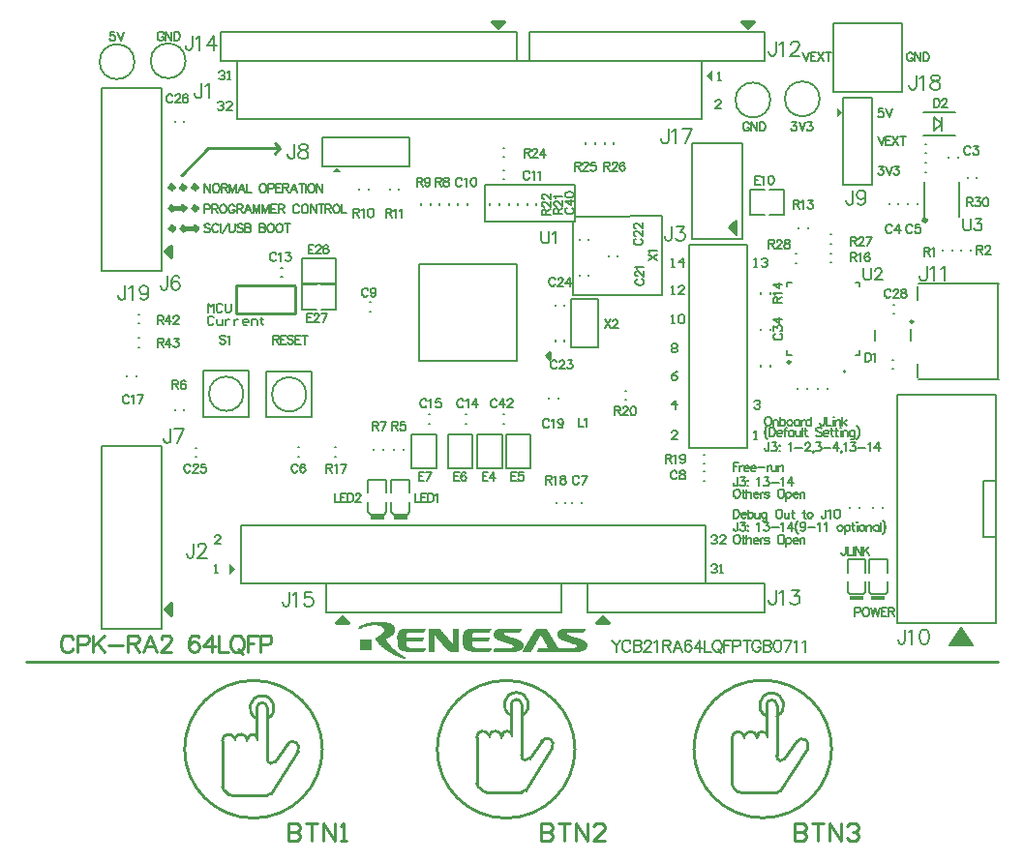
<source format=gto>
G04 Layer_Color=65535*
%FSLAX25Y25*%
%MOIN*%
G70*
G01*
G75*
%ADD40C,0.00800*%
%ADD43C,0.01000*%
%ADD45C,0.01500*%
%ADD48C,0.00500*%
%ADD72C,0.00591*%
%ADD73C,0.01575*%
%ADD74C,0.00984*%
%ADD75C,0.00787*%
%ADD76C,0.00600*%
%ADD77C,0.00591*%
%ADD78C,0.00709*%
%ADD79C,0.01181*%
%ADD80C,0.00591*%
%ADD81C,0.01800*%
%ADD82C,0.00100*%
%ADD83C,0.00945*%
%ADD84R,0.06000X0.01811*%
%ADD85R,0.02000X0.02500*%
%ADD86R,0.04000X0.02811*%
%ADD87R,0.04724X0.01181*%
G36*
X72100Y98200D02*
Y98200D01*
X70131Y96232D01*
Y100169D01*
X72100Y98200D01*
D02*
G37*
G36*
X50024Y205370D02*
X48055Y207339D01*
Y207339D01*
X50024Y209307D01*
Y205370D01*
D02*
G37*
G36*
Y82075D02*
X48055Y84043D01*
Y84043D01*
X50024Y86012D01*
Y82075D01*
D02*
G37*
G36*
X200650Y79547D02*
X196713D01*
X198681Y81516D01*
X198681D01*
X200650Y79547D01*
D02*
G37*
G36*
X111142Y79571D02*
X107205D01*
X109173Y81539D01*
X109173D01*
X111142Y79571D01*
D02*
G37*
G36*
X162874Y284602D02*
X162874D01*
X160906Y286571D01*
X164842D01*
X162874Y284602D01*
D02*
G37*
G36*
X248858D02*
X248858D01*
X246890Y286571D01*
X250827D01*
X248858Y284602D01*
D02*
G37*
G36*
X236284Y266102D02*
X234316Y268071D01*
Y268071D01*
X236284Y270039D01*
Y266102D01*
D02*
G37*
G36*
X108476Y234874D02*
X105524D01*
X107000Y236350D01*
X108476Y234874D01*
D02*
G37*
G36*
X280976Y255374D02*
X279500Y253898D01*
Y256850D01*
X280976Y255374D01*
D02*
G37*
D40*
X222480Y216099D02*
Y212290D01*
X222242Y211576D01*
X222004Y211338D01*
X221528Y211100D01*
X221052D01*
X220576Y211338D01*
X220338Y211576D01*
X220100Y212290D01*
Y212766D01*
X224242Y216099D02*
X226860D01*
X225432Y214195D01*
X226146D01*
X226622Y213956D01*
X226860Y213719D01*
X227098Y213004D01*
Y212528D01*
X226860Y211814D01*
X226384Y211338D01*
X225670Y211100D01*
X224956D01*
X224242Y211338D01*
X224004Y211576D01*
X223766Y212052D01*
X310280Y202399D02*
Y198590D01*
X310042Y197876D01*
X309804Y197638D01*
X309328Y197400D01*
X308852D01*
X308376Y197638D01*
X308138Y197876D01*
X307900Y198590D01*
Y199066D01*
X311566Y201447D02*
X312042Y201685D01*
X312756Y202399D01*
Y197400D01*
X315232Y201447D02*
X315708Y201685D01*
X316422Y202399D01*
Y197400D01*
X92580Y244499D02*
Y240690D01*
X92342Y239976D01*
X92104Y239738D01*
X91628Y239500D01*
X91152D01*
X90676Y239738D01*
X90438Y239976D01*
X90200Y240690D01*
Y241166D01*
X95056Y244499D02*
X94342Y244261D01*
X94104Y243785D01*
Y243309D01*
X94342Y242833D01*
X94818Y242595D01*
X95770Y242356D01*
X96484Y242119D01*
X96961Y241642D01*
X97198Y241166D01*
Y240452D01*
X96961Y239976D01*
X96722Y239738D01*
X96008Y239500D01*
X95056D01*
X94342Y239738D01*
X94104Y239976D01*
X93866Y240452D01*
Y241166D01*
X94104Y241642D01*
X94580Y242119D01*
X95294Y242356D01*
X96246Y242595D01*
X96722Y242833D01*
X96961Y243309D01*
Y243785D01*
X96722Y244261D01*
X96008Y244499D01*
X95056D01*
X284880Y228599D02*
Y224790D01*
X284642Y224076D01*
X284404Y223838D01*
X283928Y223600D01*
X283452D01*
X282976Y223838D01*
X282738Y224076D01*
X282500Y224790D01*
Y225266D01*
X289261Y226933D02*
X289022Y226219D01*
X288546Y225742D01*
X287832Y225504D01*
X287594D01*
X286880Y225742D01*
X286404Y226219D01*
X286166Y226933D01*
Y227171D01*
X286404Y227885D01*
X286880Y228361D01*
X287594Y228599D01*
X287832D01*
X288546Y228361D01*
X289022Y227885D01*
X289261Y226933D01*
Y225742D01*
X289022Y224552D01*
X288546Y223838D01*
X287832Y223600D01*
X287356D01*
X286642Y223838D01*
X286404Y224314D01*
X57380Y281899D02*
Y278090D01*
X57142Y277376D01*
X56904Y277138D01*
X56428Y276900D01*
X55952D01*
X55476Y277138D01*
X55238Y277376D01*
X55000Y278090D01*
Y278566D01*
X58666Y280947D02*
X59142Y281185D01*
X59856Y281899D01*
Y276900D01*
X64712Y281899D02*
X62332Y278566D01*
X65902D01*
X64712Y281899D02*
Y276900D01*
X221280Y249699D02*
Y245890D01*
X221042Y245176D01*
X220804Y244938D01*
X220328Y244700D01*
X219852D01*
X219376Y244938D01*
X219138Y245176D01*
X218900Y245890D01*
Y246366D01*
X222566Y248747D02*
X223042Y248985D01*
X223756Y249699D01*
Y244700D01*
X229564Y249699D02*
X227184Y244700D01*
X226232Y249699D02*
X229564D01*
X48780Y199199D02*
Y195390D01*
X48542Y194676D01*
X48304Y194438D01*
X47828Y194200D01*
X47352D01*
X46876Y194438D01*
X46638Y194676D01*
X46400Y195390D01*
Y195866D01*
X52922Y198485D02*
X52684Y198961D01*
X51970Y199199D01*
X51494D01*
X50780Y198961D01*
X50304Y198247D01*
X50066Y197056D01*
Y195866D01*
X50304Y194914D01*
X50780Y194438D01*
X51494Y194200D01*
X51732D01*
X52446Y194438D01*
X52922Y194914D01*
X53161Y195628D01*
Y195866D01*
X52922Y196580D01*
X52446Y197056D01*
X51732Y197295D01*
X51494D01*
X50780Y197056D01*
X50304Y196580D01*
X50066Y195866D01*
X49880Y146499D02*
Y142690D01*
X49642Y141976D01*
X49404Y141738D01*
X48928Y141500D01*
X48452D01*
X47976Y141738D01*
X47738Y141976D01*
X47500Y142690D01*
Y143166D01*
X54498Y146499D02*
X52118Y141500D01*
X51166Y146499D02*
X54498D01*
X258280Y279899D02*
Y276090D01*
X258042Y275376D01*
X257804Y275138D01*
X257328Y274900D01*
X256852D01*
X256376Y275138D01*
X256138Y275376D01*
X255900Y276090D01*
Y276566D01*
X259566Y278947D02*
X260042Y279185D01*
X260756Y279899D01*
Y274900D01*
X263470Y278709D02*
Y278947D01*
X263708Y279423D01*
X263946Y279661D01*
X264422Y279899D01*
X265374D01*
X265850Y279661D01*
X266088Y279423D01*
X266326Y278947D01*
Y278471D01*
X266088Y277995D01*
X265612Y277280D01*
X263232Y274900D01*
X266564D01*
X258280Y90799D02*
Y86990D01*
X258042Y86276D01*
X257804Y86038D01*
X257328Y85800D01*
X256852D01*
X256376Y86038D01*
X256138Y86276D01*
X255900Y86990D01*
Y87466D01*
X259566Y89847D02*
X260042Y90085D01*
X260756Y90799D01*
Y85800D01*
X263708Y90799D02*
X266326D01*
X264898Y88895D01*
X265612D01*
X266088Y88657D01*
X266326Y88419D01*
X266564Y87704D01*
Y87228D01*
X266326Y86514D01*
X265850Y86038D01*
X265136Y85800D01*
X264422D01*
X263708Y86038D01*
X263470Y86276D01*
X263232Y86752D01*
X90780Y90199D02*
Y86390D01*
X90542Y85676D01*
X90304Y85438D01*
X89828Y85200D01*
X89352D01*
X88876Y85438D01*
X88638Y85676D01*
X88400Y86390D01*
Y86866D01*
X92066Y89247D02*
X92542Y89485D01*
X93256Y90199D01*
Y85200D01*
X98588Y90199D02*
X96208D01*
X95970Y88056D01*
X96208Y88295D01*
X96922Y88533D01*
X97636D01*
X98350Y88295D01*
X98826Y87818D01*
X99064Y87104D01*
Y86628D01*
X98826Y85914D01*
X98350Y85438D01*
X97636Y85200D01*
X96922D01*
X96208Y85438D01*
X95970Y85676D01*
X95732Y86152D01*
X306631Y268248D02*
Y264439D01*
X306393Y263725D01*
X306155Y263487D01*
X305679Y263249D01*
X305203D01*
X304727Y263487D01*
X304489Y263725D01*
X304251Y264439D01*
Y264915D01*
X307917Y267296D02*
X308393Y267534D01*
X309107Y268248D01*
Y263249D01*
X312773Y268248D02*
X312059Y268010D01*
X311821Y267534D01*
Y267058D01*
X312059Y266582D01*
X312535Y266344D01*
X313487Y266106D01*
X314201Y265868D01*
X314677Y265392D01*
X314915Y264915D01*
Y264201D01*
X314677Y263725D01*
X314439Y263487D01*
X313725Y263249D01*
X312773D01*
X312059Y263487D01*
X311821Y263725D01*
X311583Y264201D01*
Y264915D01*
X311821Y265392D01*
X312297Y265868D01*
X313011Y266106D01*
X313963Y266344D01*
X314439Y266582D01*
X314677Y267058D01*
Y267534D01*
X314439Y268010D01*
X313725Y268248D01*
X312773D01*
X34180Y195799D02*
Y191990D01*
X33942Y191276D01*
X33704Y191038D01*
X33228Y190800D01*
X32752D01*
X32276Y191038D01*
X32038Y191276D01*
X31800Y191990D01*
Y192466D01*
X35466Y194847D02*
X35942Y195085D01*
X36656Y195799D01*
Y190800D01*
X42226Y194133D02*
X41988Y193419D01*
X41512Y192942D01*
X40798Y192704D01*
X40560D01*
X39846Y192942D01*
X39370Y193419D01*
X39132Y194133D01*
Y194371D01*
X39370Y195085D01*
X39846Y195561D01*
X40560Y195799D01*
X40798D01*
X41512Y195561D01*
X41988Y195085D01*
X42226Y194133D01*
Y192942D01*
X41988Y191752D01*
X41512Y191038D01*
X40798Y190800D01*
X40322D01*
X39608Y191038D01*
X39370Y191514D01*
X60580Y265399D02*
Y261590D01*
X60342Y260876D01*
X60104Y260638D01*
X59628Y260400D01*
X59152D01*
X58676Y260638D01*
X58438Y260876D01*
X58200Y261590D01*
Y262066D01*
X61866Y264447D02*
X62342Y264685D01*
X63056Y265399D01*
Y260400D01*
X57780Y106899D02*
Y103090D01*
X57542Y102376D01*
X57304Y102138D01*
X56828Y101900D01*
X56352D01*
X55876Y102138D01*
X55638Y102376D01*
X55400Y103090D01*
Y103566D01*
X59304Y105709D02*
Y105947D01*
X59542Y106423D01*
X59780Y106661D01*
X60256Y106899D01*
X61208D01*
X61684Y106661D01*
X61922Y106423D01*
X62160Y105947D01*
Y105471D01*
X61922Y104995D01*
X61446Y104280D01*
X59066Y101900D01*
X62398D01*
X302780Y77299D02*
Y73490D01*
X302542Y72776D01*
X302304Y72538D01*
X301828Y72300D01*
X301352D01*
X300876Y72538D01*
X300638Y72776D01*
X300400Y73490D01*
Y73966D01*
X304066Y76347D02*
X304542Y76585D01*
X305256Y77299D01*
Y72300D01*
X309160Y77299D02*
X308446Y77061D01*
X307970Y76347D01*
X307732Y75156D01*
Y74442D01*
X307970Y73252D01*
X308446Y72538D01*
X309160Y72300D01*
X309636D01*
X310350Y72538D01*
X310826Y73252D01*
X311064Y74442D01*
Y75156D01*
X310826Y76347D01*
X310350Y77061D01*
X309636Y77299D01*
X309160D01*
D43*
X102112Y36000D02*
G03*
X102112Y36000I-23712J0D01*
G01*
X189112D02*
G03*
X189112Y36000I-23712J0D01*
G01*
X277512Y36100D02*
G03*
X277512Y36100I-23712J0D01*
G01*
X83142Y33028D02*
G03*
X83219Y32354I1663J-151D01*
G01*
D02*
G03*
X83439Y31751I1291J129D01*
G01*
D02*
G03*
X83532Y31596I1071J536D01*
G01*
D02*
G03*
X84313Y31106I978J691D01*
G01*
X71966Y39642D02*
G03*
X67699Y38980I-2082J-662D01*
G01*
X67700Y23133D02*
G03*
X68364Y21714I1849J0D01*
G01*
X170742Y34128D02*
G03*
X170819Y33454I1663J-151D01*
G01*
D02*
G03*
X171039Y32851I1291J129D01*
G01*
D02*
G03*
X171132Y32696I1071J536D01*
G01*
D02*
G03*
X171913Y32206I978J691D01*
G01*
X159566Y40742D02*
G03*
X155299Y40080I-2082J-662D01*
G01*
X155300Y24233D02*
G03*
X155964Y22814I1849J0D01*
G01*
X258642Y33928D02*
G03*
X258719Y33254I1663J-151D01*
G01*
D02*
G03*
X258939Y32651I1291J129D01*
G01*
D02*
G03*
X259032Y32496I1071J536D01*
G01*
D02*
G03*
X259813Y32006I978J691D01*
G01*
X247466Y40542D02*
G03*
X243199Y39880I-2082J-662D01*
G01*
X243200Y24033D02*
G03*
X243864Y22614I1849J0D01*
G01*
X85750Y241150D02*
X87600Y243000D01*
X87400D02*
X87600D01*
X85700Y244900D02*
X87600Y243000D01*
X62900D02*
X87600D01*
X53700Y233800D02*
X62900Y243000D01*
X53500Y233800D02*
X53700D01*
X77500Y195700D02*
X87500D01*
X72500Y186100D02*
X92700D01*
X0Y66174D02*
X334646D01*
X87500Y195700D02*
X92600D01*
X92700Y195600D01*
Y186100D02*
Y195600D01*
X72500Y195700D02*
X77500D01*
X72500Y186100D02*
Y195700D01*
X90400Y10398D02*
Y4400D01*
X93399D01*
X94399Y5400D01*
Y6399D01*
X93399Y7399D01*
X90400D01*
X93399D01*
X94399Y8399D01*
Y9398D01*
X93399Y10398D01*
X90400D01*
X96398D02*
X100397D01*
X98397D01*
Y4400D01*
X102396D02*
Y10398D01*
X106395Y4400D01*
Y10398D01*
X108394Y4400D02*
X110394D01*
X109394D01*
Y10398D01*
X108394Y9398D01*
X177600Y10398D02*
Y4400D01*
X180599D01*
X181599Y5400D01*
Y6399D01*
X180599Y7399D01*
X177600D01*
X180599D01*
X181599Y8399D01*
Y9398D01*
X180599Y10398D01*
X177600D01*
X183598D02*
X187597D01*
X185597D01*
Y4400D01*
X189596D02*
Y10398D01*
X193595Y4400D01*
Y10398D01*
X199593Y4400D02*
X195594D01*
X199593Y8399D01*
Y9398D01*
X198593Y10398D01*
X196594D01*
X195594Y9398D01*
X264800Y10398D02*
Y4400D01*
X267799D01*
X268799Y5400D01*
Y6399D01*
X267799Y7399D01*
X264800D01*
X267799D01*
X268799Y8399D01*
Y9398D01*
X267799Y10398D01*
X264800D01*
X270798D02*
X274797D01*
X272797D01*
Y4400D01*
X276796D02*
Y10398D01*
X280795Y4400D01*
Y10398D01*
X282794Y9398D02*
X283794Y10398D01*
X285793D01*
X286793Y9398D01*
Y8399D01*
X285793Y7399D01*
X284793D01*
X285793D01*
X286793Y6399D01*
Y5400D01*
X285793Y4400D01*
X283794D01*
X282794Y5400D01*
D45*
X54806Y229600D02*
G03*
X54806Y229600I-700J0D01*
G01*
X58906D02*
G03*
X58906Y229600I-700J0D01*
G01*
X50906D02*
G03*
X50906Y229600I-700J0D01*
G01*
X55000Y215400D02*
G03*
X55000Y215400I-700J0D01*
G01*
X59100D02*
G03*
X59100Y215400I-700J0D01*
G01*
X51100D02*
G03*
X51100Y215400I-700J0D01*
G01*
X51000Y222400D02*
G03*
X51000Y222400I-700J0D01*
G01*
X59000D02*
G03*
X59000Y222400I-700J0D01*
G01*
X54900D02*
G03*
X54900Y222400I-700J0D01*
G01*
D48*
X207900Y219400D02*
X208200Y219700D01*
X189200Y219400D02*
X207900D01*
X188500Y192600D02*
Y217340D01*
X208200Y219700D02*
X219200D01*
Y192600D02*
Y219700D01*
X209300Y192600D02*
X219200D01*
X188500D02*
X209300D01*
X158200Y217740D02*
Y230440D01*
X189200D01*
Y217740D02*
Y230440D01*
X158400Y217740D02*
X189200D01*
X263886Y252099D02*
X265457D01*
X264600Y250957D01*
X265028D01*
X265314Y250814D01*
X265457Y250671D01*
X265600Y250243D01*
Y249957D01*
X265457Y249529D01*
X265171Y249243D01*
X264743Y249100D01*
X264314D01*
X263886Y249243D01*
X263743Y249386D01*
X263600Y249671D01*
X266271Y252099D02*
X267413Y249100D01*
X268556Y252099D02*
X267413Y249100D01*
X269227Y252099D02*
X270798D01*
X269941Y250957D01*
X270370D01*
X270656Y250814D01*
X270798Y250671D01*
X270941Y250243D01*
Y249957D01*
X270798Y249529D01*
X270513Y249243D01*
X270084Y249100D01*
X269656D01*
X269227Y249243D01*
X269085Y249386D01*
X268942Y249671D01*
X249142Y251385D02*
X249000Y251671D01*
X248714Y251957D01*
X248428Y252099D01*
X247857D01*
X247571Y251957D01*
X247286Y251671D01*
X247143Y251385D01*
X247000Y250957D01*
Y250243D01*
X247143Y249814D01*
X247286Y249529D01*
X247571Y249243D01*
X247857Y249100D01*
X248428D01*
X248714Y249243D01*
X249000Y249529D01*
X249142Y249814D01*
Y250243D01*
X248428D02*
X249142D01*
X249828Y252099D02*
Y249100D01*
Y252099D02*
X251828Y249100D01*
Y252099D02*
Y249100D01*
X252656Y252099D02*
Y249100D01*
Y252099D02*
X253656D01*
X254084Y251957D01*
X254370Y251671D01*
X254513Y251385D01*
X254656Y250957D01*
Y250243D01*
X254513Y249814D01*
X254370Y249529D01*
X254084Y249243D01*
X253656Y249100D01*
X252656D01*
X47442Y282485D02*
X47300Y282771D01*
X47014Y283056D01*
X46728Y283199D01*
X46157D01*
X45871Y283056D01*
X45586Y282771D01*
X45443Y282485D01*
X45300Y282057D01*
Y281343D01*
X45443Y280914D01*
X45586Y280628D01*
X45871Y280343D01*
X46157Y280200D01*
X46728D01*
X47014Y280343D01*
X47300Y280628D01*
X47442Y280914D01*
Y281343D01*
X46728D02*
X47442D01*
X48128Y283199D02*
Y280200D01*
Y283199D02*
X50128Y280200D01*
Y283199D02*
Y280200D01*
X50956Y283199D02*
Y280200D01*
Y283199D02*
X51956D01*
X52384Y283056D01*
X52670Y282771D01*
X52813Y282485D01*
X52956Y282057D01*
Y281343D01*
X52813Y280914D01*
X52670Y280628D01*
X52384Y280343D01*
X51956Y280200D01*
X50956D01*
X252957Y233599D02*
X251100D01*
Y230600D01*
X252957D01*
X251100Y232171D02*
X252243D01*
X253457Y233028D02*
X253742Y233171D01*
X254171Y233599D01*
Y230600D01*
X256513Y233599D02*
X256085Y233456D01*
X255799Y233028D01*
X255656Y232314D01*
Y231885D01*
X255799Y231171D01*
X256085Y230743D01*
X256513Y230600D01*
X256799D01*
X257227Y230743D01*
X257513Y231171D01*
X257656Y231885D01*
Y232314D01*
X257513Y233028D01*
X257227Y233456D01*
X256799Y233599D01*
X256513D01*
X93642Y133585D02*
X93500Y133871D01*
X93214Y134157D01*
X92928Y134299D01*
X92357D01*
X92071Y134157D01*
X91786Y133871D01*
X91643Y133585D01*
X91500Y133157D01*
Y132443D01*
X91643Y132014D01*
X91786Y131728D01*
X92071Y131443D01*
X92357Y131300D01*
X92928D01*
X93214Y131443D01*
X93500Y131728D01*
X93642Y132014D01*
X96199Y133871D02*
X96056Y134157D01*
X95628Y134299D01*
X95342D01*
X94914Y134157D01*
X94628Y133728D01*
X94485Y133014D01*
Y132300D01*
X94628Y131728D01*
X94914Y131443D01*
X95342Y131300D01*
X95485D01*
X95913Y131443D01*
X96199Y131728D01*
X96342Y132157D01*
Y132300D01*
X96199Y132728D01*
X95913Y133014D01*
X95485Y133157D01*
X95342D01*
X94914Y133014D01*
X94628Y132728D01*
X94485Y132300D01*
X190442Y129585D02*
X190300Y129871D01*
X190014Y130157D01*
X189728Y130299D01*
X189157D01*
X188871Y130157D01*
X188586Y129871D01*
X188443Y129585D01*
X188300Y129157D01*
Y128443D01*
X188443Y128014D01*
X188586Y127728D01*
X188871Y127443D01*
X189157Y127300D01*
X189728D01*
X190014Y127443D01*
X190300Y127728D01*
X190442Y128014D01*
X193285Y130299D02*
X191856Y127300D01*
X191285Y130299D02*
X193285D01*
X224242Y131285D02*
X224100Y131571D01*
X223814Y131857D01*
X223528Y131999D01*
X222957D01*
X222671Y131857D01*
X222386Y131571D01*
X222243Y131285D01*
X222100Y130857D01*
Y130143D01*
X222243Y129714D01*
X222386Y129429D01*
X222671Y129143D01*
X222957Y129000D01*
X223528D01*
X223814Y129143D01*
X224100Y129429D01*
X224242Y129714D01*
X225799Y131999D02*
X225371Y131857D01*
X225228Y131571D01*
Y131285D01*
X225371Y131000D01*
X225656Y130857D01*
X226228Y130714D01*
X226656Y130571D01*
X226942Y130285D01*
X227085Y130000D01*
Y129571D01*
X226942Y129286D01*
X226799Y129143D01*
X226371Y129000D01*
X225799D01*
X225371Y129143D01*
X225228Y129286D01*
X225085Y129571D01*
Y130000D01*
X225228Y130285D01*
X225514Y130571D01*
X225942Y130714D01*
X226513Y130857D01*
X226799Y131000D01*
X226942Y131285D01*
Y131571D01*
X226799Y131857D01*
X226371Y131999D01*
X225799D01*
X210615Y198042D02*
X210329Y197900D01*
X210044Y197614D01*
X209901Y197328D01*
Y196757D01*
X210044Y196471D01*
X210329Y196186D01*
X210615Y196043D01*
X211043Y195900D01*
X211757D01*
X212186Y196043D01*
X212472Y196186D01*
X212757Y196471D01*
X212900Y196757D01*
Y197328D01*
X212757Y197614D01*
X212472Y197900D01*
X212186Y198042D01*
X210615Y199028D02*
X210472D01*
X210186Y199171D01*
X210044Y199314D01*
X209901Y199599D01*
Y200170D01*
X210044Y200456D01*
X210186Y200599D01*
X210472Y200742D01*
X210758D01*
X211043Y200599D01*
X211472Y200313D01*
X212900Y198885D01*
Y200885D01*
X210472Y201556D02*
X210329Y201842D01*
X209901Y202270D01*
X212900D01*
X210115Y211842D02*
X209829Y211700D01*
X209543Y211414D01*
X209401Y211128D01*
Y210557D01*
X209543Y210271D01*
X209829Y209986D01*
X210115Y209843D01*
X210543Y209700D01*
X211257D01*
X211686Y209843D01*
X211971Y209986D01*
X212257Y210271D01*
X212400Y210557D01*
Y211128D01*
X212257Y211414D01*
X211971Y211700D01*
X211686Y211842D01*
X210115Y212828D02*
X209972D01*
X209686Y212971D01*
X209543Y213113D01*
X209401Y213399D01*
Y213970D01*
X209543Y214256D01*
X209686Y214399D01*
X209972Y214542D01*
X210258D01*
X210543Y214399D01*
X210972Y214113D01*
X212400Y212685D01*
Y214685D01*
X210115Y215499D02*
X209972D01*
X209686Y215642D01*
X209543Y215784D01*
X209401Y216070D01*
Y216641D01*
X209543Y216927D01*
X209686Y217070D01*
X209972Y217213D01*
X210258D01*
X210543Y217070D01*
X210972Y216784D01*
X212400Y215356D01*
Y217355D01*
X182842Y169385D02*
X182700Y169671D01*
X182414Y169957D01*
X182128Y170099D01*
X181557D01*
X181271Y169957D01*
X180986Y169671D01*
X180843Y169385D01*
X180700Y168957D01*
Y168243D01*
X180843Y167814D01*
X180986Y167528D01*
X181271Y167243D01*
X181557Y167100D01*
X182128D01*
X182414Y167243D01*
X182700Y167528D01*
X182842Y167814D01*
X183828Y169385D02*
Y169528D01*
X183971Y169814D01*
X184114Y169957D01*
X184399Y170099D01*
X184970D01*
X185256Y169957D01*
X185399Y169814D01*
X185542Y169528D01*
Y169242D01*
X185399Y168957D01*
X185113Y168528D01*
X183685Y167100D01*
X185685D01*
X186642Y170099D02*
X188213D01*
X187356Y168957D01*
X187784D01*
X188070Y168814D01*
X188213Y168671D01*
X188356Y168243D01*
Y167957D01*
X188213Y167528D01*
X187927Y167243D01*
X187498Y167100D01*
X187070D01*
X186642Y167243D01*
X186499Y167386D01*
X186356Y167671D01*
X182342Y197885D02*
X182200Y198171D01*
X181914Y198457D01*
X181628Y198599D01*
X181057D01*
X180771Y198457D01*
X180486Y198171D01*
X180343Y197885D01*
X180200Y197457D01*
Y196743D01*
X180343Y196314D01*
X180486Y196028D01*
X180771Y195743D01*
X181057Y195600D01*
X181628D01*
X181914Y195743D01*
X182200Y196028D01*
X182342Y196314D01*
X183328Y197885D02*
Y198028D01*
X183471Y198314D01*
X183614Y198457D01*
X183899Y198599D01*
X184470D01*
X184756Y198457D01*
X184899Y198314D01*
X185042Y198028D01*
Y197742D01*
X184899Y197457D01*
X184613Y197028D01*
X183185Y195600D01*
X185185D01*
X187284Y198599D02*
X185856Y196600D01*
X187998D01*
X187284Y198599D02*
Y195600D01*
X289100Y172599D02*
Y169600D01*
Y172599D02*
X290100D01*
X290528Y172457D01*
X290814Y172171D01*
X290957Y171885D01*
X291100Y171457D01*
Y170743D01*
X290957Y170314D01*
X290814Y170028D01*
X290528Y169743D01*
X290100Y169600D01*
X289100D01*
X291771Y172028D02*
X292056Y172171D01*
X292485Y172599D01*
Y169600D01*
X159157Y131499D02*
X157300D01*
Y128500D01*
X159157D01*
X157300Y130071D02*
X158443D01*
X161085Y131499D02*
X159657Y129500D01*
X161799D01*
X161085Y131499D02*
Y128500D01*
X169057Y131499D02*
X167200D01*
Y128500D01*
X169057D01*
X167200Y130071D02*
X168343D01*
X171271Y131499D02*
X169842D01*
X169700Y130214D01*
X169842Y130357D01*
X170271Y130500D01*
X170699D01*
X171128Y130357D01*
X171413Y130071D01*
X171556Y129643D01*
Y129357D01*
X171413Y128928D01*
X171128Y128643D01*
X170699Y128500D01*
X170271D01*
X169842Y128643D01*
X169700Y128786D01*
X169557Y129071D01*
X149357Y131499D02*
X147500D01*
Y128500D01*
X149357D01*
X147500Y130071D02*
X148643D01*
X151571Y131071D02*
X151428Y131357D01*
X150999Y131499D01*
X150714D01*
X150285Y131357D01*
X149999Y130928D01*
X149857Y130214D01*
Y129500D01*
X149999Y128928D01*
X150285Y128643D01*
X150714Y128500D01*
X150856D01*
X151285Y128643D01*
X151571Y128928D01*
X151713Y129357D01*
Y129500D01*
X151571Y129928D01*
X151285Y130214D01*
X150856Y130357D01*
X150714D01*
X150285Y130214D01*
X149999Y129928D01*
X149857Y129500D01*
X137157Y131499D02*
X135300D01*
Y128500D01*
X137157D01*
X135300Y130071D02*
X136443D01*
X139656Y131499D02*
X138228Y128500D01*
X137657Y131499D02*
X139656D01*
X50600Y163099D02*
Y160100D01*
Y163099D02*
X51885D01*
X52314Y162957D01*
X52457Y162814D01*
X52600Y162528D01*
Y162242D01*
X52457Y161957D01*
X52314Y161814D01*
X51885Y161671D01*
X50600D01*
X51600D02*
X52600Y160100D01*
X54985Y162671D02*
X54842Y162957D01*
X54413Y163099D01*
X54128D01*
X53699Y162957D01*
X53414Y162528D01*
X53271Y161814D01*
Y161100D01*
X53414Y160529D01*
X53699Y160243D01*
X54128Y160100D01*
X54271D01*
X54699Y160243D01*
X54985Y160529D01*
X55128Y160957D01*
Y161100D01*
X54985Y161528D01*
X54699Y161814D01*
X54271Y161957D01*
X54128D01*
X53699Y161814D01*
X53414Y161528D01*
X53271Y161100D01*
X124000Y222199D02*
Y219200D01*
Y222199D02*
X125285D01*
X125714Y222057D01*
X125857Y221914D01*
X126000Y221628D01*
Y221342D01*
X125857Y221057D01*
X125714Y220914D01*
X125285Y220771D01*
X124000D01*
X125000D02*
X126000Y219200D01*
X126671Y221628D02*
X126956Y221771D01*
X127385Y222199D01*
Y219200D01*
X128870Y221628D02*
X129156Y221771D01*
X129585Y222199D01*
Y219200D01*
X264300Y225199D02*
Y222200D01*
Y225199D02*
X265585D01*
X266014Y225057D01*
X266157Y224914D01*
X266300Y224628D01*
Y224342D01*
X266157Y224057D01*
X266014Y223914D01*
X265585Y223771D01*
X264300D01*
X265300D02*
X266300Y222200D01*
X266971Y224628D02*
X267256Y224771D01*
X267685Y225199D01*
Y222200D01*
X269456Y225199D02*
X271027D01*
X270170Y224057D01*
X270599D01*
X270884Y223914D01*
X271027Y223771D01*
X271170Y223343D01*
Y223057D01*
X271027Y222628D01*
X270742Y222343D01*
X270313Y222200D01*
X269884D01*
X269456Y222343D01*
X269313Y222486D01*
X269170Y222771D01*
X257501Y189900D02*
X260500D01*
X257501D02*
Y191185D01*
X257644Y191614D01*
X257786Y191757D01*
X258072Y191900D01*
X258358D01*
X258643Y191757D01*
X258786Y191614D01*
X258929Y191185D01*
Y189900D01*
Y190900D02*
X260500Y191900D01*
X258072Y192571D02*
X257929Y192857D01*
X257501Y193285D01*
X260500D01*
X257501Y196199D02*
X259500Y194770D01*
Y196913D01*
X257501Y196199D02*
X260500D01*
X284000Y206999D02*
Y204000D01*
Y206999D02*
X285285D01*
X285714Y206856D01*
X285857Y206714D01*
X286000Y206428D01*
Y206142D01*
X285857Y205857D01*
X285714Y205714D01*
X285285Y205571D01*
X284000D01*
X285000D02*
X286000Y204000D01*
X286671Y206428D02*
X286957Y206571D01*
X287385Y206999D01*
Y204000D01*
X290584Y206571D02*
X290441Y206856D01*
X290013Y206999D01*
X289727D01*
X289299Y206856D01*
X289013Y206428D01*
X288870Y205714D01*
Y205000D01*
X289013Y204429D01*
X289299Y204143D01*
X289727Y204000D01*
X289870D01*
X290299Y204143D01*
X290584Y204429D01*
X290727Y204857D01*
Y205000D01*
X290584Y205428D01*
X290299Y205714D01*
X289870Y205857D01*
X289727D01*
X289299Y205714D01*
X289013Y205428D01*
X288870Y205000D01*
X171662Y242944D02*
Y239945D01*
Y242944D02*
X172948D01*
X173376Y242801D01*
X173519Y242658D01*
X173662Y242373D01*
Y242087D01*
X173519Y241801D01*
X173376Y241658D01*
X172948Y241516D01*
X171662D01*
X172662D02*
X173662Y239945D01*
X174476Y242230D02*
Y242373D01*
X174619Y242658D01*
X174761Y242801D01*
X175047Y242944D01*
X175619D01*
X175904Y242801D01*
X176047Y242658D01*
X176190Y242373D01*
Y242087D01*
X176047Y241801D01*
X175761Y241373D01*
X174333Y239945D01*
X176333D01*
X178432Y242944D02*
X177004Y240944D01*
X179146D01*
X178432Y242944D02*
Y239945D01*
X189100Y238299D02*
Y235300D01*
Y238299D02*
X190385D01*
X190814Y238157D01*
X190957Y238014D01*
X191100Y237728D01*
Y237442D01*
X190957Y237157D01*
X190814Y237014D01*
X190385Y236871D01*
X189100D01*
X190100D02*
X191100Y235300D01*
X191914Y237585D02*
Y237728D01*
X192057Y238014D01*
X192199Y238157D01*
X192485Y238299D01*
X193056D01*
X193342Y238157D01*
X193485Y238014D01*
X193628Y237728D01*
Y237442D01*
X193485Y237157D01*
X193199Y236728D01*
X191771Y235300D01*
X193770D01*
X196156Y238299D02*
X194727D01*
X194585Y237014D01*
X194727Y237157D01*
X195156Y237300D01*
X195584D01*
X196013Y237157D01*
X196299Y236871D01*
X196441Y236443D01*
Y236157D01*
X196299Y235729D01*
X196013Y235443D01*
X195584Y235300D01*
X195156D01*
X194727Y235443D01*
X194585Y235586D01*
X194442Y235871D01*
X199200Y238299D02*
Y235300D01*
Y238299D02*
X200485D01*
X200914Y238157D01*
X201057Y238014D01*
X201200Y237728D01*
Y237442D01*
X201057Y237157D01*
X200914Y237014D01*
X200485Y236871D01*
X199200D01*
X200200D02*
X201200Y235300D01*
X202014Y237585D02*
Y237728D01*
X202156Y238014D01*
X202299Y238157D01*
X202585Y238299D01*
X203156D01*
X203442Y238157D01*
X203585Y238014D01*
X203728Y237728D01*
Y237442D01*
X203585Y237157D01*
X203299Y236728D01*
X201871Y235300D01*
X203870D01*
X206256Y237871D02*
X206113Y238157D01*
X205684Y238299D01*
X205399D01*
X204970Y238157D01*
X204684Y237728D01*
X204542Y237014D01*
Y236300D01*
X204684Y235729D01*
X204970Y235443D01*
X205399Y235300D01*
X205541D01*
X205970Y235443D01*
X206256Y235729D01*
X206399Y236157D01*
Y236300D01*
X206256Y236728D01*
X205970Y237014D01*
X205541Y237157D01*
X205399D01*
X204970Y237014D01*
X204684Y236728D01*
X204542Y236300D01*
X284000Y212499D02*
Y209500D01*
Y212499D02*
X285285D01*
X285714Y212356D01*
X285857Y212214D01*
X286000Y211928D01*
Y211642D01*
X285857Y211357D01*
X285714Y211214D01*
X285285Y211071D01*
X284000D01*
X285000D02*
X286000Y209500D01*
X286814Y211785D02*
Y211928D01*
X286957Y212214D01*
X287099Y212356D01*
X287385Y212499D01*
X287956D01*
X288242Y212356D01*
X288385Y212214D01*
X288528Y211928D01*
Y211642D01*
X288385Y211357D01*
X288099Y210928D01*
X286671Y209500D01*
X288670D01*
X291341Y212499D02*
X289913Y209500D01*
X289342Y212499D02*
X291341D01*
X255800Y211499D02*
Y208500D01*
Y211499D02*
X257085D01*
X257514Y211356D01*
X257657Y211214D01*
X257800Y210928D01*
Y210642D01*
X257657Y210357D01*
X257514Y210214D01*
X257085Y210071D01*
X255800D01*
X256800D02*
X257800Y208500D01*
X258614Y210785D02*
Y210928D01*
X258756Y211214D01*
X258899Y211356D01*
X259185Y211499D01*
X259756D01*
X260042Y211356D01*
X260185Y211214D01*
X260328Y210928D01*
Y210642D01*
X260185Y210357D01*
X259899Y209928D01*
X258471Y208500D01*
X260470D01*
X261856Y211499D02*
X261427Y211356D01*
X261284Y211071D01*
Y210785D01*
X261427Y210500D01*
X261713Y210357D01*
X262284Y210214D01*
X262713Y210071D01*
X262999Y209785D01*
X263141Y209500D01*
Y209071D01*
X262999Y208786D01*
X262856Y208643D01*
X262427Y208500D01*
X261856D01*
X261427Y208643D01*
X261284Y208786D01*
X261142Y209071D01*
Y209500D01*
X261284Y209785D01*
X261570Y210071D01*
X261999Y210214D01*
X262570Y210357D01*
X262856Y210500D01*
X262999Y210785D01*
Y211071D01*
X262856Y211356D01*
X262427Y211499D01*
X261856D01*
X30514Y283099D02*
X29086D01*
X28943Y281814D01*
X29086Y281957D01*
X29514Y282100D01*
X29943D01*
X30371Y281957D01*
X30657Y281671D01*
X30800Y281243D01*
Y280957D01*
X30657Y280528D01*
X30371Y280243D01*
X29943Y280100D01*
X29514D01*
X29086Y280243D01*
X28943Y280386D01*
X28800Y280671D01*
X31471Y283099D02*
X32614Y280100D01*
X33756Y283099D02*
X32614Y280100D01*
X177600Y214399D02*
Y211543D01*
X177790Y210971D01*
X178171Y210590D01*
X178743Y210400D01*
X179123D01*
X179695Y210590D01*
X180076Y210971D01*
X180266Y211543D01*
Y214399D01*
X181371Y213637D02*
X181752Y213828D01*
X182323Y214399D01*
Y210400D01*
X214301Y204400D02*
X217300Y206400D01*
X214301D02*
X217300Y204400D01*
X214872Y207071D02*
X214729Y207357D01*
X214301Y207785D01*
X217300D01*
X325342Y243085D02*
X325200Y243371D01*
X324914Y243656D01*
X324628Y243799D01*
X324057D01*
X323771Y243656D01*
X323486Y243371D01*
X323343Y243085D01*
X323200Y242657D01*
Y241943D01*
X323343Y241514D01*
X323486Y241229D01*
X323771Y240943D01*
X324057Y240800D01*
X324628D01*
X324914Y240943D01*
X325200Y241229D01*
X325342Y241514D01*
X326471Y243799D02*
X328042D01*
X327185Y242657D01*
X327613D01*
X327899Y242514D01*
X328042Y242371D01*
X328185Y241943D01*
Y241657D01*
X328042Y241229D01*
X327756Y240943D01*
X327328Y240800D01*
X326899D01*
X326471Y240943D01*
X326328Y241086D01*
X326185Y241371D01*
X298342Y216085D02*
X298200Y216371D01*
X297914Y216656D01*
X297628Y216799D01*
X297057D01*
X296771Y216656D01*
X296486Y216371D01*
X296343Y216085D01*
X296200Y215657D01*
Y214943D01*
X296343Y214514D01*
X296486Y214229D01*
X296771Y213943D01*
X297057Y213800D01*
X297628D01*
X297914Y213943D01*
X298200Y214229D01*
X298342Y214514D01*
X300613Y216799D02*
X299185Y214800D01*
X301327D01*
X300613Y216799D02*
Y213800D01*
X305342Y216085D02*
X305200Y216371D01*
X304914Y216656D01*
X304628Y216799D01*
X304057D01*
X303771Y216656D01*
X303486Y216371D01*
X303343Y216085D01*
X303200Y215657D01*
Y214943D01*
X303343Y214514D01*
X303486Y214229D01*
X303771Y213943D01*
X304057Y213800D01*
X304628D01*
X304914Y213943D01*
X305200Y214229D01*
X305342Y214514D01*
X307899Y216799D02*
X306471D01*
X306328Y215514D01*
X306471Y215657D01*
X306899Y215800D01*
X307328D01*
X307756Y215657D01*
X308042Y215371D01*
X308185Y214943D01*
Y214657D01*
X308042Y214229D01*
X307756Y213943D01*
X307328Y213800D01*
X306899D01*
X306471Y213943D01*
X306328Y214086D01*
X306185Y214371D01*
X117842Y194185D02*
X117700Y194471D01*
X117414Y194756D01*
X117128Y194899D01*
X116557D01*
X116271Y194756D01*
X115986Y194471D01*
X115843Y194185D01*
X115700Y193757D01*
Y193043D01*
X115843Y192614D01*
X115986Y192329D01*
X116271Y192043D01*
X116557Y191900D01*
X117128D01*
X117414Y192043D01*
X117700Y192329D01*
X117842Y192614D01*
X120542Y193900D02*
X120399Y193471D01*
X120113Y193185D01*
X119685Y193043D01*
X119542D01*
X119114Y193185D01*
X118828Y193471D01*
X118685Y193900D01*
Y194042D01*
X118828Y194471D01*
X119114Y194756D01*
X119542Y194899D01*
X119685D01*
X120113Y194756D01*
X120399Y194471D01*
X120542Y193900D01*
Y193185D01*
X120399Y192471D01*
X120113Y192043D01*
X119685Y191900D01*
X119399D01*
X118971Y192043D01*
X118828Y192329D01*
X150142Y232185D02*
X150000Y232471D01*
X149714Y232756D01*
X149428Y232899D01*
X148857D01*
X148571Y232756D01*
X148286Y232471D01*
X148143Y232185D01*
X148000Y231757D01*
Y231043D01*
X148143Y230614D01*
X148286Y230328D01*
X148571Y230043D01*
X148857Y229900D01*
X149428D01*
X149714Y230043D01*
X150000Y230328D01*
X150142Y230614D01*
X150985Y232328D02*
X151271Y232471D01*
X151699Y232899D01*
Y229900D01*
X154042Y232899D02*
X153613Y232756D01*
X153327Y232328D01*
X153185Y231614D01*
Y231185D01*
X153327Y230471D01*
X153613Y230043D01*
X154042Y229900D01*
X154327D01*
X154756Y230043D01*
X155041Y230471D01*
X155184Y231185D01*
Y231614D01*
X155041Y232328D01*
X154756Y232756D01*
X154327Y232899D01*
X154042D01*
X173442Y234585D02*
X173300Y234871D01*
X173014Y235156D01*
X172728Y235299D01*
X172157D01*
X171871Y235156D01*
X171586Y234871D01*
X171443Y234585D01*
X171300Y234157D01*
Y233443D01*
X171443Y233014D01*
X171586Y232729D01*
X171871Y232443D01*
X172157Y232300D01*
X172728D01*
X173014Y232443D01*
X173300Y232729D01*
X173442Y233014D01*
X174285Y234728D02*
X174571Y234871D01*
X174999Y235299D01*
Y232300D01*
X176485Y234728D02*
X176770Y234871D01*
X177199Y235299D01*
Y232300D01*
X150742Y155985D02*
X150600Y156271D01*
X150314Y156556D01*
X150028Y156699D01*
X149457D01*
X149171Y156556D01*
X148886Y156271D01*
X148743Y155985D01*
X148600Y155557D01*
Y154843D01*
X148743Y154414D01*
X148886Y154129D01*
X149171Y153843D01*
X149457Y153700D01*
X150028D01*
X150314Y153843D01*
X150600Y154129D01*
X150742Y154414D01*
X151585Y156128D02*
X151871Y156271D01*
X152299Y156699D01*
Y153700D01*
X155213Y156699D02*
X153785Y154700D01*
X155927D01*
X155213Y156699D02*
Y153700D01*
X138042Y155985D02*
X137900Y156271D01*
X137614Y156556D01*
X137328Y156699D01*
X136757D01*
X136471Y156556D01*
X136186Y156271D01*
X136043Y155985D01*
X135900Y155557D01*
Y154843D01*
X136043Y154414D01*
X136186Y154129D01*
X136471Y153843D01*
X136757Y153700D01*
X137328D01*
X137614Y153843D01*
X137900Y154129D01*
X138042Y154414D01*
X138885Y156128D02*
X139171Y156271D01*
X139599Y156699D01*
Y153700D01*
X142798Y156699D02*
X141370D01*
X141227Y155414D01*
X141370Y155557D01*
X141799Y155700D01*
X142227D01*
X142656Y155557D01*
X142941Y155271D01*
X143084Y154843D01*
Y154557D01*
X142941Y154129D01*
X142656Y153843D01*
X142227Y153700D01*
X141799D01*
X141370Y153843D01*
X141227Y153986D01*
X141085Y154271D01*
X35542Y157385D02*
X35400Y157671D01*
X35114Y157957D01*
X34828Y158099D01*
X34257D01*
X33971Y157957D01*
X33686Y157671D01*
X33543Y157385D01*
X33400Y156957D01*
Y156243D01*
X33543Y155814D01*
X33686Y155528D01*
X33971Y155243D01*
X34257Y155100D01*
X34828D01*
X35114Y155243D01*
X35400Y155528D01*
X35542Y155814D01*
X36385Y157528D02*
X36671Y157671D01*
X37099Y158099D01*
Y155100D01*
X40584Y158099D02*
X39156Y155100D01*
X38585Y158099D02*
X40584D01*
X180142Y149085D02*
X180000Y149371D01*
X179714Y149656D01*
X179428Y149799D01*
X178857D01*
X178571Y149656D01*
X178286Y149371D01*
X178143Y149085D01*
X178000Y148657D01*
Y147943D01*
X178143Y147514D01*
X178286Y147229D01*
X178571Y146943D01*
X178857Y146800D01*
X179428D01*
X179714Y146943D01*
X180000Y147229D01*
X180142Y147514D01*
X180985Y149228D02*
X181271Y149371D01*
X181699Y149799D01*
Y146800D01*
X185041Y148800D02*
X184898Y148371D01*
X184613Y148085D01*
X184184Y147943D01*
X184042D01*
X183613Y148085D01*
X183327Y148371D01*
X183185Y148800D01*
Y148942D01*
X183327Y149371D01*
X183613Y149656D01*
X184042Y149799D01*
X184184D01*
X184613Y149656D01*
X184898Y149371D01*
X185041Y148800D01*
Y148085D01*
X184898Y147371D01*
X184613Y146943D01*
X184184Y146800D01*
X183899D01*
X183470Y146943D01*
X183327Y147229D01*
X56642Y133585D02*
X56500Y133871D01*
X56214Y134157D01*
X55928Y134299D01*
X55357D01*
X55071Y134157D01*
X54786Y133871D01*
X54643Y133585D01*
X54500Y133157D01*
Y132443D01*
X54643Y132014D01*
X54786Y131728D01*
X55071Y131443D01*
X55357Y131300D01*
X55928D01*
X56214Y131443D01*
X56500Y131728D01*
X56642Y132014D01*
X57628Y133585D02*
Y133728D01*
X57771Y134014D01*
X57914Y134157D01*
X58199Y134299D01*
X58771D01*
X59056Y134157D01*
X59199Y134014D01*
X59342Y133728D01*
Y133442D01*
X59199Y133157D01*
X58913Y132728D01*
X57485Y131300D01*
X59485D01*
X61870Y134299D02*
X60442D01*
X60299Y133014D01*
X60442Y133157D01*
X60870Y133300D01*
X61299D01*
X61727Y133157D01*
X62013Y132871D01*
X62155Y132443D01*
Y132157D01*
X62013Y131728D01*
X61727Y131443D01*
X61299Y131300D01*
X60870D01*
X60442Y131443D01*
X60299Y131586D01*
X60156Y131871D01*
X50542Y260985D02*
X50400Y261271D01*
X50114Y261557D01*
X49828Y261699D01*
X49257D01*
X48971Y261557D01*
X48686Y261271D01*
X48543Y260985D01*
X48400Y260557D01*
Y259843D01*
X48543Y259414D01*
X48686Y259128D01*
X48971Y258843D01*
X49257Y258700D01*
X49828D01*
X50114Y258843D01*
X50400Y259128D01*
X50542Y259414D01*
X51528Y260985D02*
Y261128D01*
X51671Y261414D01*
X51814Y261557D01*
X52099Y261699D01*
X52671D01*
X52956Y261557D01*
X53099Y261414D01*
X53242Y261128D01*
Y260842D01*
X53099Y260557D01*
X52813Y260128D01*
X51385Y258700D01*
X53385D01*
X55770Y261271D02*
X55627Y261557D01*
X55199Y261699D01*
X54913D01*
X54484Y261557D01*
X54199Y261128D01*
X54056Y260414D01*
Y259700D01*
X54199Y259128D01*
X54484Y258843D01*
X54913Y258700D01*
X55056D01*
X55484Y258843D01*
X55770Y259128D01*
X55913Y259557D01*
Y259700D01*
X55770Y260128D01*
X55484Y260414D01*
X55056Y260557D01*
X54913D01*
X54484Y260414D01*
X54199Y260128D01*
X54056Y259700D01*
X297842Y193885D02*
X297700Y194171D01*
X297414Y194457D01*
X297128Y194599D01*
X296557D01*
X296271Y194457D01*
X295986Y194171D01*
X295843Y193885D01*
X295700Y193457D01*
Y192743D01*
X295843Y192314D01*
X295986Y192028D01*
X296271Y191743D01*
X296557Y191600D01*
X297128D01*
X297414Y191743D01*
X297700Y192028D01*
X297842Y192314D01*
X298828Y193885D02*
Y194028D01*
X298971Y194314D01*
X299113Y194457D01*
X299399Y194599D01*
X299971D01*
X300256Y194457D01*
X300399Y194314D01*
X300542Y194028D01*
Y193742D01*
X300399Y193457D01*
X300113Y193028D01*
X298685Y191600D01*
X300685D01*
X302070Y194599D02*
X301642Y194457D01*
X301499Y194171D01*
Y193885D01*
X301642Y193600D01*
X301927Y193457D01*
X302499Y193314D01*
X302927Y193171D01*
X303213Y192885D01*
X303356Y192600D01*
Y192171D01*
X303213Y191886D01*
X303070Y191743D01*
X302641Y191600D01*
X302070D01*
X301642Y191743D01*
X301499Y191886D01*
X301356Y192171D01*
Y192600D01*
X301499Y192885D01*
X301784Y193171D01*
X302213Y193314D01*
X302784Y193457D01*
X303070Y193600D01*
X303213Y193885D01*
Y194171D01*
X303070Y194457D01*
X302641Y194599D01*
X302070D01*
X258215Y179142D02*
X257929Y179000D01*
X257644Y178714D01*
X257501Y178428D01*
Y177857D01*
X257644Y177571D01*
X257929Y177286D01*
X258215Y177143D01*
X258643Y177000D01*
X259357D01*
X259786Y177143D01*
X260071Y177286D01*
X260357Y177571D01*
X260500Y177857D01*
Y178428D01*
X260357Y178714D01*
X260071Y179000D01*
X259786Y179142D01*
X257501Y180271D02*
Y181842D01*
X258643Y180985D01*
Y181413D01*
X258786Y181699D01*
X258929Y181842D01*
X259357Y181985D01*
X259643D01*
X260071Y181842D01*
X260357Y181556D01*
X260500Y181128D01*
Y180699D01*
X260357Y180271D01*
X260214Y180128D01*
X259929Y179985D01*
X257501Y184084D02*
X259500Y182656D01*
Y184798D01*
X257501Y184084D02*
X260500D01*
X186415Y222583D02*
X186129Y222440D01*
X185844Y222154D01*
X185701Y221868D01*
Y221297D01*
X185844Y221011D01*
X186129Y220726D01*
X186415Y220583D01*
X186843Y220440D01*
X187557D01*
X187986Y220583D01*
X188271Y220726D01*
X188557Y221011D01*
X188700Y221297D01*
Y221868D01*
X188557Y222154D01*
X188271Y222440D01*
X187986Y222583D01*
X185701Y224853D02*
X187700Y223425D01*
Y225568D01*
X185701Y224853D02*
X188700D01*
X185701Y226953D02*
X185844Y226524D01*
X186272Y226239D01*
X186986Y226096D01*
X187415D01*
X188129Y226239D01*
X188557Y226524D01*
X188700Y226953D01*
Y227239D01*
X188557Y227667D01*
X188129Y227953D01*
X187415Y228096D01*
X186986D01*
X186272Y227953D01*
X185844Y227667D01*
X185701Y227239D01*
Y226953D01*
X162242Y155985D02*
X162100Y156271D01*
X161814Y156556D01*
X161528Y156699D01*
X160957D01*
X160671Y156556D01*
X160386Y156271D01*
X160243Y155985D01*
X160100Y155557D01*
Y154843D01*
X160243Y154414D01*
X160386Y154129D01*
X160671Y153843D01*
X160957Y153700D01*
X161528D01*
X161814Y153843D01*
X162100Y154129D01*
X162242Y154414D01*
X164513Y156699D02*
X163085Y154700D01*
X165227D01*
X164513Y156699D02*
Y153700D01*
X165899Y155985D02*
Y156128D01*
X166042Y156414D01*
X166184Y156556D01*
X166470Y156699D01*
X167041D01*
X167327Y156556D01*
X167470Y156414D01*
X167613Y156128D01*
Y155842D01*
X167470Y155557D01*
X167184Y155128D01*
X165756Y153700D01*
X167755D01*
X312700Y260199D02*
Y257200D01*
Y260199D02*
X313700D01*
X314128Y260056D01*
X314414Y259771D01*
X314557Y259485D01*
X314700Y259057D01*
Y258343D01*
X314557Y257914D01*
X314414Y257628D01*
X314128Y257343D01*
X313700Y257200D01*
X312700D01*
X315514Y259485D02*
Y259628D01*
X315656Y259914D01*
X315799Y260056D01*
X316085Y260199D01*
X316656D01*
X316942Y260056D01*
X317085Y259914D01*
X317228Y259628D01*
Y259342D01*
X317085Y259057D01*
X316799Y258628D01*
X315371Y257200D01*
X317370D01*
X190500Y150193D02*
Y147194D01*
X192214D01*
X192542Y149622D02*
X192828Y149765D01*
X193256Y150193D01*
Y147194D01*
X285500Y83228D02*
X286785D01*
X287214Y83371D01*
X287357Y83514D01*
X287500Y83800D01*
Y84228D01*
X287357Y84514D01*
X287214Y84657D01*
X286785Y84799D01*
X285500D01*
Y81800D01*
X289028Y84799D02*
X288742Y84657D01*
X288457Y84371D01*
X288314Y84085D01*
X288171Y83657D01*
Y82943D01*
X288314Y82514D01*
X288457Y82228D01*
X288742Y81943D01*
X289028Y81800D01*
X289599D01*
X289885Y81943D01*
X290170Y82228D01*
X290313Y82514D01*
X290456Y82943D01*
Y83657D01*
X290313Y84085D01*
X290170Y84371D01*
X289885Y84657D01*
X289599Y84799D01*
X289028D01*
X291156D02*
X291870Y81800D01*
X292584Y84799D02*
X291870Y81800D01*
X292584Y84799D02*
X293298Y81800D01*
X294012Y84799D02*
X293298Y81800D01*
X296469Y84799D02*
X294612D01*
Y81800D01*
X296469D01*
X294612Y83371D02*
X295755D01*
X296969Y84799D02*
Y81800D01*
Y84799D02*
X298254D01*
X298683Y84657D01*
X298826Y84514D01*
X298969Y84228D01*
Y83942D01*
X298826Y83657D01*
X298683Y83514D01*
X298254Y83371D01*
X296969D01*
X297969D02*
X298969Y81800D01*
X282328Y105899D02*
Y103614D01*
X282185Y103186D01*
X282043Y103043D01*
X281757Y102900D01*
X281471D01*
X281186Y103043D01*
X281043Y103186D01*
X280900Y103614D01*
Y103900D01*
X283100Y105899D02*
Y102900D01*
X284813D01*
X285142Y105899D02*
Y102900D01*
X285770Y105899D02*
Y102900D01*
Y105899D02*
X287770Y102900D01*
Y105899D02*
Y102900D01*
X288598Y105899D02*
Y102900D01*
X290598Y105899D02*
X288598Y103900D01*
X289313Y104614D02*
X290598Y102900D01*
X134100Y124199D02*
Y121200D01*
X135814D01*
X137999Y124199D02*
X136142D01*
Y121200D01*
X137999D01*
X136142Y122771D02*
X137285D01*
X138499Y124199D02*
Y121200D01*
Y124199D02*
X139499D01*
X139927Y124056D01*
X140213Y123771D01*
X140356Y123485D01*
X140499Y123057D01*
Y122343D01*
X140356Y121914D01*
X140213Y121628D01*
X139927Y121343D01*
X139499Y121200D01*
X138499D01*
X141170Y123628D02*
X141456Y123771D01*
X141884Y124199D01*
Y121200D01*
X106400Y124199D02*
Y121200D01*
X108114D01*
X110299Y124199D02*
X108442D01*
Y121200D01*
X110299D01*
X108442Y122771D02*
X109585D01*
X110799Y124199D02*
Y121200D01*
Y124199D02*
X111799D01*
X112227Y124056D01*
X112513Y123771D01*
X112656Y123485D01*
X112799Y123057D01*
Y122343D01*
X112656Y121914D01*
X112513Y121628D01*
X112227Y121343D01*
X111799Y121200D01*
X110799D01*
X113613Y123485D02*
Y123628D01*
X113756Y123914D01*
X113898Y124056D01*
X114184Y124199D01*
X114755D01*
X115041Y124056D01*
X115184Y123914D01*
X115327Y123628D01*
Y123342D01*
X115184Y123057D01*
X114898Y122628D01*
X113470Y121200D01*
X115470D01*
X309300Y208899D02*
Y205900D01*
Y208899D02*
X310585D01*
X311014Y208756D01*
X311157Y208614D01*
X311300Y208328D01*
Y208042D01*
X311157Y207757D01*
X311014Y207614D01*
X310585Y207471D01*
X309300D01*
X310300D02*
X311300Y205900D01*
X311971Y208328D02*
X312257Y208471D01*
X312685Y208899D01*
Y205900D01*
X327600Y209499D02*
Y206500D01*
Y209499D02*
X328885D01*
X329314Y209356D01*
X329457Y209214D01*
X329600Y208928D01*
Y208642D01*
X329457Y208357D01*
X329314Y208214D01*
X328885Y208071D01*
X327600D01*
X328600D02*
X329600Y206500D01*
X330414Y208785D02*
Y208928D01*
X330557Y209214D01*
X330699Y209356D01*
X330985Y209499D01*
X331556D01*
X331842Y209356D01*
X331985Y209214D01*
X332128Y208928D01*
Y208642D01*
X331985Y208357D01*
X331699Y207928D01*
X330271Y206500D01*
X332270D01*
X126200Y148799D02*
Y145800D01*
Y148799D02*
X127485D01*
X127914Y148656D01*
X128057Y148514D01*
X128200Y148228D01*
Y147942D01*
X128057Y147657D01*
X127914Y147514D01*
X127485Y147371D01*
X126200D01*
X127200D02*
X128200Y145800D01*
X130585Y148799D02*
X129156D01*
X129014Y147514D01*
X129156Y147657D01*
X129585Y147800D01*
X130014D01*
X130442Y147657D01*
X130728Y147371D01*
X130870Y146943D01*
Y146657D01*
X130728Y146229D01*
X130442Y145943D01*
X130014Y145800D01*
X129585D01*
X129156Y145943D01*
X129014Y146086D01*
X128871Y146371D01*
X119400Y148799D02*
Y145800D01*
Y148799D02*
X120685D01*
X121114Y148656D01*
X121257Y148514D01*
X121400Y148228D01*
Y147942D01*
X121257Y147657D01*
X121114Y147514D01*
X120685Y147371D01*
X119400D01*
X120400D02*
X121400Y145800D01*
X124070Y148799D02*
X122642Y145800D01*
X122071Y148799D02*
X124070D01*
X141100Y232899D02*
Y229900D01*
Y232899D02*
X142385D01*
X142814Y232756D01*
X142957Y232614D01*
X143100Y232328D01*
Y232042D01*
X142957Y231757D01*
X142814Y231614D01*
X142385Y231471D01*
X141100D01*
X142100D02*
X143100Y229900D01*
X144485Y232899D02*
X144056Y232756D01*
X143914Y232471D01*
Y232185D01*
X144056Y231900D01*
X144342Y231757D01*
X144913Y231614D01*
X145342Y231471D01*
X145628Y231185D01*
X145770Y230900D01*
Y230471D01*
X145628Y230186D01*
X145485Y230043D01*
X145056Y229900D01*
X144485D01*
X144056Y230043D01*
X143914Y230186D01*
X143771Y230471D01*
Y230900D01*
X143914Y231185D01*
X144199Y231471D01*
X144628Y231614D01*
X145199Y231757D01*
X145485Y231900D01*
X145628Y232185D01*
Y232471D01*
X145485Y232756D01*
X145056Y232899D01*
X144485D01*
X134700D02*
Y229900D01*
Y232899D02*
X135985D01*
X136414Y232756D01*
X136557Y232614D01*
X136700Y232328D01*
Y232042D01*
X136557Y231757D01*
X136414Y231614D01*
X135985Y231471D01*
X134700D01*
X135700D02*
X136700Y229900D01*
X139228Y231900D02*
X139085Y231471D01*
X138799Y231185D01*
X138371Y231043D01*
X138228D01*
X137799Y231185D01*
X137514Y231471D01*
X137371Y231900D01*
Y232042D01*
X137514Y232471D01*
X137799Y232756D01*
X138228Y232899D01*
X138371D01*
X138799Y232756D01*
X139085Y232471D01*
X139228Y231900D01*
Y231185D01*
X139085Y230471D01*
X138799Y230043D01*
X138371Y229900D01*
X138085D01*
X137656Y230043D01*
X137514Y230328D01*
X112900Y222299D02*
Y219300D01*
Y222299D02*
X114185D01*
X114614Y222157D01*
X114757Y222014D01*
X114900Y221728D01*
Y221442D01*
X114757Y221157D01*
X114614Y221014D01*
X114185Y220871D01*
X112900D01*
X113900D02*
X114900Y219300D01*
X115571Y221728D02*
X115857Y221871D01*
X116285Y222299D01*
Y219300D01*
X118627Y222299D02*
X118199Y222157D01*
X117913Y221728D01*
X117770Y221014D01*
Y220585D01*
X117913Y219871D01*
X118199Y219443D01*
X118627Y219300D01*
X118913D01*
X119342Y219443D01*
X119627Y219871D01*
X119770Y220585D01*
Y221014D01*
X119627Y221728D01*
X119342Y222157D01*
X118913Y222299D01*
X118627D01*
X103600Y134299D02*
Y131300D01*
Y134299D02*
X104885D01*
X105314Y134157D01*
X105457Y134014D01*
X105600Y133728D01*
Y133442D01*
X105457Y133157D01*
X105314Y133014D01*
X104885Y132871D01*
X103600D01*
X104600D02*
X105600Y131300D01*
X106271Y133728D02*
X106556Y133871D01*
X106985Y134299D01*
Y131300D01*
X110470Y134299D02*
X109042Y131300D01*
X108470Y134299D02*
X110470D01*
X179200Y130299D02*
Y127300D01*
Y130299D02*
X180485D01*
X180914Y130157D01*
X181057Y130014D01*
X181200Y129728D01*
Y129442D01*
X181057Y129157D01*
X180914Y129014D01*
X180485Y128871D01*
X179200D01*
X180200D02*
X181200Y127300D01*
X181871Y129728D02*
X182157Y129871D01*
X182585Y130299D01*
Y127300D01*
X184784Y130299D02*
X184356Y130157D01*
X184213Y129871D01*
Y129585D01*
X184356Y129300D01*
X184642Y129157D01*
X185213Y129014D01*
X185642Y128871D01*
X185927Y128585D01*
X186070Y128300D01*
Y127871D01*
X185927Y127586D01*
X185784Y127443D01*
X185356Y127300D01*
X184784D01*
X184356Y127443D01*
X184213Y127586D01*
X184070Y127871D01*
Y128300D01*
X184213Y128585D01*
X184499Y128871D01*
X184927Y129014D01*
X185499Y129157D01*
X185784Y129300D01*
X185927Y129585D01*
Y129871D01*
X185784Y130157D01*
X185356Y130299D01*
X184784D01*
X220357Y137599D02*
Y134600D01*
Y137599D02*
X221643D01*
X222071Y137457D01*
X222214Y137314D01*
X222357Y137028D01*
Y136742D01*
X222214Y136457D01*
X222071Y136314D01*
X221643Y136171D01*
X220357D01*
X221357D02*
X222357Y134600D01*
X223028Y137028D02*
X223314Y137171D01*
X223743Y137599D01*
Y134600D01*
X227085Y136600D02*
X226942Y136171D01*
X226656Y135885D01*
X226228Y135743D01*
X226085D01*
X225656Y135885D01*
X225371Y136171D01*
X225228Y136600D01*
Y136742D01*
X225371Y137171D01*
X225656Y137457D01*
X226085Y137599D01*
X226228D01*
X226656Y137457D01*
X226942Y137171D01*
X227085Y136600D01*
Y135885D01*
X226942Y135171D01*
X226656Y134743D01*
X226228Y134600D01*
X225942D01*
X225514Y134743D01*
X225371Y135029D01*
X202800Y154099D02*
Y151100D01*
Y154099D02*
X204085D01*
X204514Y153956D01*
X204657Y153814D01*
X204800Y153528D01*
Y153242D01*
X204657Y152957D01*
X204514Y152814D01*
X204085Y152671D01*
X202800D01*
X203800D02*
X204800Y151100D01*
X205614Y153385D02*
Y153528D01*
X205756Y153814D01*
X205899Y153956D01*
X206185Y154099D01*
X206756D01*
X207042Y153956D01*
X207185Y153814D01*
X207328Y153528D01*
Y153242D01*
X207185Y152957D01*
X206899Y152528D01*
X205471Y151100D01*
X207470D01*
X208999Y154099D02*
X208570Y153956D01*
X208284Y153528D01*
X208142Y152814D01*
Y152385D01*
X208284Y151671D01*
X208570Y151243D01*
X208999Y151100D01*
X209284D01*
X209713Y151243D01*
X209998Y151671D01*
X210141Y152385D01*
Y152814D01*
X209998Y153528D01*
X209713Y153956D01*
X209284Y154099D01*
X208999D01*
X181901Y220400D02*
X184900D01*
X181901D02*
Y221685D01*
X182044Y222114D01*
X182186Y222257D01*
X182472Y222400D01*
X182758D01*
X183043Y222257D01*
X183186Y222114D01*
X183329Y221685D01*
Y220400D01*
Y221400D02*
X184900Y222400D01*
X182615Y223214D02*
X182472D01*
X182186Y223357D01*
X182044Y223499D01*
X181901Y223785D01*
Y224356D01*
X182044Y224642D01*
X182186Y224785D01*
X182472Y224928D01*
X182758D01*
X183043Y224785D01*
X183472Y224499D01*
X184900Y223071D01*
Y225070D01*
X182472Y225742D02*
X182329Y226027D01*
X181901Y226456D01*
X184900D01*
X177701Y220100D02*
X180700D01*
X177701D02*
Y221385D01*
X177843Y221814D01*
X177986Y221957D01*
X178272Y222100D01*
X178558D01*
X178843Y221957D01*
X178986Y221814D01*
X179129Y221385D01*
Y220100D01*
Y221100D02*
X180700Y222100D01*
X178415Y222914D02*
X178272D01*
X177986Y223057D01*
X177843Y223199D01*
X177701Y223485D01*
Y224056D01*
X177843Y224342D01*
X177986Y224485D01*
X178272Y224628D01*
X178558D01*
X178843Y224485D01*
X179272Y224199D01*
X180700Y222771D01*
Y224770D01*
X178415Y225585D02*
X178272D01*
X177986Y225727D01*
X177843Y225870D01*
X177701Y226156D01*
Y226727D01*
X177843Y227013D01*
X177986Y227156D01*
X178272Y227298D01*
X178558D01*
X178843Y227156D01*
X179272Y226870D01*
X180700Y225442D01*
Y227441D01*
X324200Y225999D02*
Y223000D01*
Y225999D02*
X325485D01*
X325914Y225856D01*
X326057Y225714D01*
X326200Y225428D01*
Y225142D01*
X326057Y224857D01*
X325914Y224714D01*
X325485Y224571D01*
X324200D01*
X325200D02*
X326200Y223000D01*
X327156Y225999D02*
X328728D01*
X327871Y224857D01*
X328299D01*
X328585Y224714D01*
X328728Y224571D01*
X328870Y224143D01*
Y223857D01*
X328728Y223429D01*
X328442Y223143D01*
X328013Y223000D01*
X327585D01*
X327156Y223143D01*
X327014Y223286D01*
X326871Y223571D01*
X330399Y225999D02*
X329970Y225856D01*
X329684Y225428D01*
X329542Y224714D01*
Y224285D01*
X329684Y223571D01*
X329970Y223143D01*
X330399Y223000D01*
X330684D01*
X331113Y223143D01*
X331399Y223571D01*
X331541Y224285D01*
Y224714D01*
X331399Y225428D01*
X331113Y225856D01*
X330684Y225999D01*
X330399D01*
X45434Y185323D02*
Y182323D01*
Y185323D02*
X46719D01*
X47148Y185180D01*
X47291Y185037D01*
X47434Y184751D01*
Y184466D01*
X47291Y184180D01*
X47148Y184037D01*
X46719Y183894D01*
X45434D01*
X46434D02*
X47434Y182323D01*
X49533Y185323D02*
X48105Y183323D01*
X50247D01*
X49533Y185323D02*
Y182323D01*
X50919Y184608D02*
Y184751D01*
X51061Y185037D01*
X51204Y185180D01*
X51490Y185323D01*
X52061D01*
X52347Y185180D01*
X52490Y185037D01*
X52632Y184751D01*
Y184466D01*
X52490Y184180D01*
X52204Y183751D01*
X50776Y182323D01*
X52775D01*
X45434Y177599D02*
Y174600D01*
Y177599D02*
X46719D01*
X47148Y177456D01*
X47291Y177314D01*
X47434Y177028D01*
Y176742D01*
X47291Y176457D01*
X47148Y176314D01*
X46719Y176171D01*
X45434D01*
X46434D02*
X47434Y174600D01*
X49533Y177599D02*
X48105Y175600D01*
X50247D01*
X49533Y177599D02*
Y174600D01*
X51061Y177599D02*
X52632D01*
X51775Y176457D01*
X52204D01*
X52490Y176314D01*
X52632Y176171D01*
X52775Y175743D01*
Y175457D01*
X52632Y175029D01*
X52347Y174743D01*
X51918Y174600D01*
X51490D01*
X51061Y174743D01*
X50919Y174886D01*
X50776Y175171D01*
X68800Y178171D02*
X68514Y178456D01*
X68085Y178599D01*
X67514D01*
X67086Y178456D01*
X66800Y178171D01*
Y177885D01*
X66943Y177600D01*
X67086Y177457D01*
X67371Y177314D01*
X68228Y177028D01*
X68514Y176885D01*
X68657Y176743D01*
X68800Y176457D01*
Y176029D01*
X68514Y175743D01*
X68085Y175600D01*
X67514D01*
X67086Y175743D01*
X66800Y176029D01*
X69471Y178028D02*
X69757Y178171D01*
X70185Y178599D01*
Y175600D01*
X85100Y178599D02*
Y175600D01*
Y178599D02*
X86385D01*
X86814Y178456D01*
X86957Y178314D01*
X87100Y178028D01*
Y177742D01*
X86957Y177457D01*
X86814Y177314D01*
X86385Y177171D01*
X85100D01*
X86100D02*
X87100Y175600D01*
X89628Y178599D02*
X87771D01*
Y175600D01*
X89628D01*
X87771Y177171D02*
X88914D01*
X92127Y178171D02*
X91841Y178456D01*
X91413Y178599D01*
X90842D01*
X90413Y178456D01*
X90127Y178171D01*
Y177885D01*
X90270Y177600D01*
X90413Y177457D01*
X90699Y177314D01*
X91556Y177028D01*
X91841Y176885D01*
X91984Y176743D01*
X92127Y176457D01*
Y176029D01*
X91841Y175743D01*
X91413Y175600D01*
X90842D01*
X90413Y175743D01*
X90127Y176029D01*
X94655Y178599D02*
X92798D01*
Y175600D01*
X94655D01*
X92798Y177171D02*
X93941D01*
X96155Y178599D02*
Y175600D01*
X95155Y178599D02*
X97155D01*
X288500Y201699D02*
Y198843D01*
X288690Y198271D01*
X289071Y197890D01*
X289643Y197700D01*
X290023D01*
X290595Y197890D01*
X290976Y198271D01*
X291166Y198843D01*
Y201699D01*
X292461Y200747D02*
Y200937D01*
X292652Y201318D01*
X292842Y201509D01*
X293223Y201699D01*
X293985D01*
X294365Y201509D01*
X294556Y201318D01*
X294746Y200937D01*
Y200556D01*
X294556Y200176D01*
X294175Y199604D01*
X292271Y197700D01*
X294937D01*
X322800Y218699D02*
Y215843D01*
X322990Y215271D01*
X323371Y214890D01*
X323943Y214700D01*
X324324D01*
X324895Y214890D01*
X325276Y215271D01*
X325466Y215843D01*
Y218699D01*
X326952D02*
X329046D01*
X327904Y217176D01*
X328475D01*
X328856Y216985D01*
X329046Y216795D01*
X329237Y216224D01*
Y215843D01*
X329046Y215271D01*
X328665Y214890D01*
X328094Y214700D01*
X327523D01*
X326952Y214890D01*
X326761Y215081D01*
X326571Y215462D01*
X199300Y184099D02*
X201300Y181100D01*
Y184099D02*
X199300Y181100D01*
X202114Y183385D02*
Y183528D01*
X202256Y183814D01*
X202399Y183957D01*
X202685Y184099D01*
X203256D01*
X203542Y183957D01*
X203685Y183814D01*
X203828Y183528D01*
Y183242D01*
X203685Y182957D01*
X203399Y182528D01*
X201971Y181100D01*
X203970D01*
X86242Y206485D02*
X86100Y206771D01*
X85814Y207056D01*
X85528Y207199D01*
X84957D01*
X84671Y207056D01*
X84386Y206771D01*
X84243Y206485D01*
X84100Y206057D01*
Y205343D01*
X84243Y204914D01*
X84386Y204628D01*
X84671Y204343D01*
X84957Y204200D01*
X85528D01*
X85814Y204343D01*
X86100Y204628D01*
X86242Y204914D01*
X87085Y206628D02*
X87371Y206771D01*
X87799Y207199D01*
Y204200D01*
X89570Y207199D02*
X91141D01*
X90284Y206057D01*
X90713D01*
X90999Y205914D01*
X91141Y205771D01*
X91284Y205343D01*
Y205057D01*
X91141Y204628D01*
X90856Y204343D01*
X90427Y204200D01*
X89999D01*
X89570Y204343D01*
X89427Y204486D01*
X89285Y204771D01*
X99257Y209699D02*
X97400D01*
Y206700D01*
X99257D01*
X97400Y208271D02*
X98543D01*
X99900Y208985D02*
Y209128D01*
X100042Y209414D01*
X100185Y209557D01*
X100471Y209699D01*
X101042D01*
X101328Y209557D01*
X101471Y209414D01*
X101613Y209128D01*
Y208842D01*
X101471Y208557D01*
X101185Y208128D01*
X99757Y206700D01*
X101756D01*
X104141Y209271D02*
X103999Y209557D01*
X103570Y209699D01*
X103285D01*
X102856Y209557D01*
X102570Y209128D01*
X102427Y208414D01*
Y207700D01*
X102570Y207129D01*
X102856Y206843D01*
X103285Y206700D01*
X103427D01*
X103856Y206843D01*
X104141Y207129D01*
X104284Y207557D01*
Y207700D01*
X104141Y208128D01*
X103856Y208414D01*
X103427Y208557D01*
X103285D01*
X102856Y208414D01*
X102570Y208128D01*
X102427Y207700D01*
X98657Y186199D02*
X96800D01*
Y183200D01*
X98657D01*
X96800Y184771D02*
X97943D01*
X99300Y185485D02*
Y185628D01*
X99442Y185914D01*
X99585Y186056D01*
X99871Y186199D01*
X100442D01*
X100728Y186056D01*
X100871Y185914D01*
X101013Y185628D01*
Y185342D01*
X100871Y185057D01*
X100585Y184628D01*
X99157Y183200D01*
X101156D01*
X103827Y186199D02*
X102399Y183200D01*
X101828Y186199D02*
X103827D01*
X236100Y109199D02*
X236600Y109699D01*
X237599D01*
X238099Y109199D01*
Y108699D01*
X237599Y108200D01*
X237100D01*
X237599D01*
X238099Y107700D01*
Y107200D01*
X237599Y106700D01*
X236600D01*
X236100Y107200D01*
X241098Y106700D02*
X239099D01*
X241098Y108699D01*
Y109199D01*
X240599Y109699D01*
X239599D01*
X239099Y109199D01*
X236100Y99199D02*
X236600Y99699D01*
X237599D01*
X238099Y99199D01*
Y98699D01*
X237599Y98199D01*
X237100D01*
X237599D01*
X238099Y97700D01*
Y97200D01*
X237599Y96700D01*
X236600D01*
X236100Y97200D01*
X239099Y96700D02*
X240099D01*
X239599D01*
Y99699D01*
X239099Y99199D01*
X65100Y96700D02*
X66100D01*
X65600D01*
Y99699D01*
X65100Y99199D01*
X67099Y106700D02*
X65100D01*
X67099Y108699D01*
Y109199D01*
X66600Y109699D01*
X65600D01*
X65100Y109199D01*
X239599Y256700D02*
X237600D01*
X239599Y258699D01*
Y259199D01*
X239100Y259699D01*
X238100D01*
X237600Y259199D01*
X238400Y266400D02*
X239400D01*
X238900D01*
Y269399D01*
X238400Y268899D01*
X66500Y269199D02*
X67000Y269699D01*
X68000D01*
X68499Y269199D01*
Y268699D01*
X68000Y268199D01*
X67500D01*
X68000D01*
X68499Y267700D01*
Y267200D01*
X68000Y266700D01*
X67000D01*
X66500Y267200D01*
X69499Y266700D02*
X70499D01*
X69999D01*
Y269699D01*
X69499Y269199D01*
X66100Y258799D02*
X66600Y259299D01*
X67599D01*
X68099Y258799D01*
Y258299D01*
X67599Y257800D01*
X67100D01*
X67599D01*
X68099Y257300D01*
Y256800D01*
X67599Y256300D01*
X66600D01*
X66100Y256800D01*
X71098Y256300D02*
X69099D01*
X71098Y258299D01*
Y258799D01*
X70599Y259299D01*
X69599D01*
X69099Y258799D01*
X250800Y142700D02*
X251800D01*
X251300D01*
Y145699D01*
X250800Y145199D01*
X224299Y142700D02*
X222300D01*
X224299Y144699D01*
Y145199D01*
X223799Y145699D01*
X222800D01*
X222300Y145199D01*
X223799Y153200D02*
Y156199D01*
X222300Y154700D01*
X224299D01*
X250800Y155699D02*
X251300Y156199D01*
X252299D01*
X252799Y155699D01*
Y155199D01*
X252299Y154700D01*
X251800D01*
X252299D01*
X252799Y154200D01*
Y153700D01*
X252299Y153200D01*
X251300D01*
X250800Y153700D01*
X224299Y166199D02*
X223300Y165699D01*
X222300Y164699D01*
Y163700D01*
X222800Y163200D01*
X223799D01*
X224299Y163700D01*
Y164200D01*
X223799Y164699D01*
X222300D01*
Y175199D02*
X222800Y175699D01*
X223799D01*
X224299Y175199D01*
Y174699D01*
X223799Y174199D01*
X224299Y173700D01*
Y173200D01*
X223799Y172700D01*
X222800D01*
X222300Y173200D01*
Y173700D01*
X222800Y174199D01*
X222300Y174699D01*
Y175199D01*
X222800Y174199D02*
X223799D01*
X222300Y182700D02*
X223300D01*
X222800D01*
Y185699D01*
X222300Y185199D01*
X224799D02*
X225299Y185699D01*
X226299D01*
X226799Y185199D01*
Y183200D01*
X226299Y182700D01*
X225299D01*
X224799Y183200D01*
Y185199D01*
X222300Y192700D02*
X223300D01*
X222800D01*
Y195699D01*
X222300Y195199D01*
X226799Y192700D02*
X224799D01*
X226799Y194699D01*
Y195199D01*
X226299Y195699D01*
X225299D01*
X224799Y195199D01*
X222300Y202200D02*
X223300D01*
X222800D01*
Y205199D01*
X222300Y204699D01*
X226299Y202200D02*
Y205199D01*
X224799Y203699D01*
X226799D01*
X250800Y202200D02*
X251800D01*
X251300D01*
Y205199D01*
X250800Y204699D01*
X253299D02*
X253799Y205199D01*
X254799D01*
X255298Y204699D01*
Y204199D01*
X254799Y203699D01*
X254299D01*
X254799D01*
X255298Y203200D01*
Y202700D01*
X254799Y202200D01*
X253799D01*
X253299Y202700D01*
X244557Y125587D02*
X244271Y125444D01*
X243986Y125158D01*
X243843Y124873D01*
X243700Y124444D01*
Y123730D01*
X243843Y123301D01*
X243986Y123016D01*
X244271Y122730D01*
X244557Y122587D01*
X245128D01*
X245414Y122730D01*
X245700Y123016D01*
X245842Y123301D01*
X245985Y123730D01*
Y124444D01*
X245842Y124873D01*
X245700Y125158D01*
X245414Y125444D01*
X245128Y125587D01*
X244557D01*
X247113D02*
Y123159D01*
X247256Y122730D01*
X247542Y122587D01*
X247828D01*
X246685Y124587D02*
X247685D01*
X248256Y125587D02*
Y122587D01*
Y124016D02*
X248685Y124444D01*
X248970Y124587D01*
X249399D01*
X249684Y124444D01*
X249827Y124016D01*
Y122587D01*
X250613Y123730D02*
X252327D01*
Y124016D01*
X252184Y124301D01*
X252041Y124444D01*
X251755Y124587D01*
X251327D01*
X251041Y124444D01*
X250756Y124159D01*
X250613Y123730D01*
Y123444D01*
X250756Y123016D01*
X251041Y122730D01*
X251327Y122587D01*
X251755D01*
X252041Y122730D01*
X252327Y123016D01*
X252969Y124587D02*
Y122587D01*
Y123730D02*
X253112Y124159D01*
X253398Y124444D01*
X253684Y124587D01*
X254112D01*
X255955Y124159D02*
X255812Y124444D01*
X255383Y124587D01*
X254955D01*
X254526Y124444D01*
X254383Y124159D01*
X254526Y123873D01*
X254812Y123730D01*
X255526Y123587D01*
X255812Y123444D01*
X255955Y123159D01*
Y123016D01*
X255812Y122730D01*
X255383Y122587D01*
X254955D01*
X254526Y122730D01*
X254383Y123016D01*
X259797Y125587D02*
X259511Y125444D01*
X259225Y125158D01*
X259082Y124873D01*
X258940Y124444D01*
Y123730D01*
X259082Y123301D01*
X259225Y123016D01*
X259511Y122730D01*
X259797Y122587D01*
X260368D01*
X260653Y122730D01*
X260939Y123016D01*
X261082Y123301D01*
X261225Y123730D01*
Y124444D01*
X261082Y124873D01*
X260939Y125158D01*
X260653Y125444D01*
X260368Y125587D01*
X259797D01*
X261925Y124587D02*
Y121588D01*
Y124159D02*
X262210Y124444D01*
X262496Y124587D01*
X262924D01*
X263210Y124444D01*
X263496Y124159D01*
X263639Y123730D01*
Y123444D01*
X263496Y123016D01*
X263210Y122730D01*
X262924Y122587D01*
X262496D01*
X262210Y122730D01*
X261925Y123016D01*
X264281Y123730D02*
X265995D01*
Y124016D01*
X265852Y124301D01*
X265710Y124444D01*
X265424Y124587D01*
X264995D01*
X264710Y124444D01*
X264424Y124159D01*
X264281Y123730D01*
Y123444D01*
X264424Y123016D01*
X264710Y122730D01*
X264995Y122587D01*
X265424D01*
X265710Y122730D01*
X265995Y123016D01*
X266638Y124587D02*
Y122587D01*
Y124016D02*
X267066Y124444D01*
X267352Y124587D01*
X267780D01*
X268066Y124444D01*
X268209Y124016D01*
Y122587D01*
X255357Y150499D02*
X255071Y150356D01*
X254786Y150071D01*
X254643Y149785D01*
X254500Y149357D01*
Y148643D01*
X254643Y148214D01*
X254786Y147929D01*
X255071Y147643D01*
X255357Y147500D01*
X255928D01*
X256214Y147643D01*
X256500Y147929D01*
X256642Y148214D01*
X256785Y148643D01*
Y149357D01*
X256642Y149785D01*
X256500Y150071D01*
X256214Y150356D01*
X255928Y150499D01*
X255357D01*
X257485Y149500D02*
Y147500D01*
Y148928D02*
X257913Y149357D01*
X258199Y149500D01*
X258628D01*
X258913Y149357D01*
X259056Y148928D01*
Y147500D01*
X259842Y150499D02*
Y147500D01*
Y149071D02*
X260127Y149357D01*
X260413Y149500D01*
X260841D01*
X261127Y149357D01*
X261413Y149071D01*
X261556Y148643D01*
Y148357D01*
X261413Y147929D01*
X261127Y147643D01*
X260841Y147500D01*
X260413D01*
X260127Y147643D01*
X259842Y147929D01*
X262913Y149500D02*
X262627Y149357D01*
X262341Y149071D01*
X262198Y148643D01*
Y148357D01*
X262341Y147929D01*
X262627Y147643D01*
X262913Y147500D01*
X263341D01*
X263627Y147643D01*
X263912Y147929D01*
X264055Y148357D01*
Y148643D01*
X263912Y149071D01*
X263627Y149357D01*
X263341Y149500D01*
X262913D01*
X266426D02*
Y147500D01*
Y149071D02*
X266140Y149357D01*
X265855Y149500D01*
X265426D01*
X265141Y149357D01*
X264855Y149071D01*
X264712Y148643D01*
Y148357D01*
X264855Y147929D01*
X265141Y147643D01*
X265426Y147500D01*
X265855D01*
X266140Y147643D01*
X266426Y147929D01*
X267226Y149500D02*
Y147500D01*
Y148643D02*
X267369Y149071D01*
X267654Y149357D01*
X267940Y149500D01*
X268369D01*
X270354Y150499D02*
Y147500D01*
Y149071D02*
X270068Y149357D01*
X269782Y149500D01*
X269354D01*
X269068Y149357D01*
X268783Y149071D01*
X268640Y148643D01*
Y148357D01*
X268783Y147929D01*
X269068Y147643D01*
X269354Y147500D01*
X269782D01*
X270068Y147643D01*
X270354Y147929D01*
X274939Y150499D02*
Y148214D01*
X274796Y147786D01*
X274653Y147643D01*
X274367Y147500D01*
X274081D01*
X273796Y147643D01*
X273653Y147786D01*
X273510Y148214D01*
Y148500D01*
X275710Y150499D02*
Y147500D01*
X277424D01*
X278038Y150499D02*
X278181Y150356D01*
X278324Y150499D01*
X278181Y150642D01*
X278038Y150499D01*
X278181Y149500D02*
Y147500D01*
X278852Y149500D02*
Y147500D01*
Y148928D02*
X279280Y149357D01*
X279566Y149500D01*
X279995D01*
X280280Y149357D01*
X280423Y148928D01*
Y147500D01*
X281209Y150499D02*
Y147500D01*
X282637Y149500D02*
X281209Y148071D01*
X281780Y148643D02*
X282780Y147500D01*
X244557Y109799D02*
X244271Y109657D01*
X243986Y109371D01*
X243843Y109085D01*
X243700Y108657D01*
Y107943D01*
X243843Y107514D01*
X243986Y107229D01*
X244271Y106943D01*
X244557Y106800D01*
X245128D01*
X245414Y106943D01*
X245700Y107229D01*
X245842Y107514D01*
X245985Y107943D01*
Y108657D01*
X245842Y109085D01*
X245700Y109371D01*
X245414Y109657D01*
X245128Y109799D01*
X244557D01*
X247113D02*
Y107371D01*
X247256Y106943D01*
X247542Y106800D01*
X247828D01*
X246685Y108800D02*
X247685D01*
X248256Y109799D02*
Y106800D01*
Y108228D02*
X248685Y108657D01*
X248970Y108800D01*
X249399D01*
X249684Y108657D01*
X249827Y108228D01*
Y106800D01*
X250613Y107943D02*
X252327D01*
Y108228D01*
X252184Y108514D01*
X252041Y108657D01*
X251755Y108800D01*
X251327D01*
X251041Y108657D01*
X250756Y108371D01*
X250613Y107943D01*
Y107657D01*
X250756Y107229D01*
X251041Y106943D01*
X251327Y106800D01*
X251755D01*
X252041Y106943D01*
X252327Y107229D01*
X252969Y108800D02*
Y106800D01*
Y107943D02*
X253112Y108371D01*
X253398Y108657D01*
X253684Y108800D01*
X254112D01*
X255955Y108371D02*
X255812Y108657D01*
X255383Y108800D01*
X254955D01*
X254526Y108657D01*
X254383Y108371D01*
X254526Y108085D01*
X254812Y107943D01*
X255526Y107800D01*
X255812Y107657D01*
X255955Y107371D01*
Y107229D01*
X255812Y106943D01*
X255383Y106800D01*
X254955D01*
X254526Y106943D01*
X254383Y107229D01*
X259797Y109799D02*
X259511Y109657D01*
X259225Y109371D01*
X259082Y109085D01*
X258940Y108657D01*
Y107943D01*
X259082Y107514D01*
X259225Y107229D01*
X259511Y106943D01*
X259797Y106800D01*
X260368D01*
X260653Y106943D01*
X260939Y107229D01*
X261082Y107514D01*
X261225Y107943D01*
Y108657D01*
X261082Y109085D01*
X260939Y109371D01*
X260653Y109657D01*
X260368Y109799D01*
X259797D01*
X261925Y108800D02*
Y105800D01*
Y108371D02*
X262210Y108657D01*
X262496Y108800D01*
X262924D01*
X263210Y108657D01*
X263496Y108371D01*
X263639Y107943D01*
Y107657D01*
X263496Y107229D01*
X263210Y106943D01*
X262924Y106800D01*
X262496D01*
X262210Y106943D01*
X261925Y107229D01*
X264281Y107943D02*
X265995D01*
Y108228D01*
X265852Y108514D01*
X265710Y108657D01*
X265424Y108800D01*
X264995D01*
X264710Y108657D01*
X264424Y108371D01*
X264281Y107943D01*
Y107657D01*
X264424Y107229D01*
X264710Y106943D01*
X264995Y106800D01*
X265424D01*
X265710Y106943D01*
X265995Y107229D01*
X266638Y108800D02*
Y106800D01*
Y108228D02*
X267066Y108657D01*
X267352Y108800D01*
X267780D01*
X268066Y108657D01*
X268209Y108228D01*
Y106800D01*
X61500Y230799D02*
Y227800D01*
Y230799D02*
X63500Y227800D01*
Y230799D02*
Y227800D01*
X65185Y230799D02*
X64899Y230657D01*
X64614Y230371D01*
X64471Y230085D01*
X64328Y229657D01*
Y228943D01*
X64471Y228514D01*
X64614Y228228D01*
X64899Y227943D01*
X65185Y227800D01*
X65756D01*
X66042Y227943D01*
X66328Y228228D01*
X66470Y228514D01*
X66613Y228943D01*
Y229657D01*
X66470Y230085D01*
X66328Y230371D01*
X66042Y230657D01*
X65756Y230799D01*
X65185D01*
X67313D02*
Y227800D01*
Y230799D02*
X68599D01*
X69027Y230657D01*
X69170Y230514D01*
X69313Y230228D01*
Y229942D01*
X69170Y229657D01*
X69027Y229514D01*
X68599Y229371D01*
X67313D01*
X68313D02*
X69313Y227800D01*
X69984Y230799D02*
Y227800D01*
Y230799D02*
X71127Y227800D01*
X72269Y230799D02*
X71127Y227800D01*
X72269Y230799D02*
Y227800D01*
X75411D02*
X74269Y230799D01*
X73126Y227800D01*
X73555Y228800D02*
X74983D01*
X76111Y230799D02*
Y227800D01*
X77825D01*
X81367Y230799D02*
X81081Y230657D01*
X80796Y230371D01*
X80653Y230085D01*
X80510Y229657D01*
Y228943D01*
X80653Y228514D01*
X80796Y228228D01*
X81081Y227943D01*
X81367Y227800D01*
X81938D01*
X82224Y227943D01*
X82510Y228228D01*
X82653Y228514D01*
X82795Y228943D01*
Y229657D01*
X82653Y230085D01*
X82510Y230371D01*
X82224Y230657D01*
X81938Y230799D01*
X81367D01*
X83495Y229228D02*
X84781D01*
X85209Y229371D01*
X85352Y229514D01*
X85495Y229800D01*
Y230228D01*
X85352Y230514D01*
X85209Y230657D01*
X84781Y230799D01*
X83495D01*
Y227800D01*
X88023Y230799D02*
X86166D01*
Y227800D01*
X88023D01*
X86166Y229371D02*
X87309D01*
X88523Y230799D02*
Y227800D01*
Y230799D02*
X89808D01*
X90237Y230657D01*
X90380Y230514D01*
X90522Y230228D01*
Y229942D01*
X90380Y229657D01*
X90237Y229514D01*
X89808Y229371D01*
X88523D01*
X89523D02*
X90522Y227800D01*
X93479D02*
X92336Y230799D01*
X91194Y227800D01*
X91622Y228800D02*
X93050D01*
X95179Y230799D02*
Y227800D01*
X94179Y230799D02*
X96178D01*
X96535D02*
Y227800D01*
X98021Y230799D02*
X97735Y230657D01*
X97449Y230371D01*
X97307Y230085D01*
X97164Y229657D01*
Y228943D01*
X97307Y228514D01*
X97449Y228228D01*
X97735Y227943D01*
X98021Y227800D01*
X98592D01*
X98878Y227943D01*
X99163Y228228D01*
X99306Y228514D01*
X99449Y228943D01*
Y229657D01*
X99306Y230085D01*
X99163Y230371D01*
X98878Y230657D01*
X98592Y230799D01*
X98021D01*
X100149D02*
Y227800D01*
Y230799D02*
X102148Y227800D01*
Y230799D02*
Y227800D01*
X63500Y216671D02*
X63214Y216956D01*
X62785Y217099D01*
X62214D01*
X61786Y216956D01*
X61500Y216671D01*
Y216385D01*
X61643Y216100D01*
X61786Y215957D01*
X62071Y215814D01*
X62928Y215528D01*
X63214Y215385D01*
X63357Y215243D01*
X63500Y214957D01*
Y214528D01*
X63214Y214243D01*
X62785Y214100D01*
X62214D01*
X61786Y214243D01*
X61500Y214528D01*
X66313Y216385D02*
X66170Y216671D01*
X65885Y216956D01*
X65599Y217099D01*
X65028D01*
X64742Y216956D01*
X64456Y216671D01*
X64314Y216385D01*
X64171Y215957D01*
Y215243D01*
X64314Y214814D01*
X64456Y214528D01*
X64742Y214243D01*
X65028Y214100D01*
X65599D01*
X65885Y214243D01*
X66170Y214528D01*
X66313Y214814D01*
X67156Y217099D02*
Y214100D01*
X67784Y213671D02*
X69784Y217099D01*
X69984D02*
Y214957D01*
X70127Y214528D01*
X70412Y214243D01*
X70841Y214100D01*
X71127D01*
X71555Y214243D01*
X71841Y214528D01*
X71983Y214957D01*
Y217099D01*
X74811Y216671D02*
X74526Y216956D01*
X74097Y217099D01*
X73526D01*
X73097Y216956D01*
X72812Y216671D01*
Y216385D01*
X72955Y216100D01*
X73097Y215957D01*
X73383Y215814D01*
X74240Y215528D01*
X74526Y215385D01*
X74669Y215243D01*
X74811Y214957D01*
Y214528D01*
X74526Y214243D01*
X74097Y214100D01*
X73526D01*
X73097Y214243D01*
X72812Y214528D01*
X75483Y217099D02*
Y214100D01*
Y217099D02*
X76768D01*
X77197Y216956D01*
X77340Y216814D01*
X77482Y216528D01*
Y216242D01*
X77340Y215957D01*
X77197Y215814D01*
X76768Y215671D01*
X75483D02*
X76768D01*
X77197Y215528D01*
X77340Y215385D01*
X77482Y215100D01*
Y214671D01*
X77340Y214386D01*
X77197Y214243D01*
X76768Y214100D01*
X75483D01*
X80510Y217099D02*
Y214100D01*
Y217099D02*
X81796D01*
X82224Y216956D01*
X82367Y216814D01*
X82510Y216528D01*
Y216242D01*
X82367Y215957D01*
X82224Y215814D01*
X81796Y215671D01*
X80510D02*
X81796D01*
X82224Y215528D01*
X82367Y215385D01*
X82510Y215100D01*
Y214671D01*
X82367Y214386D01*
X82224Y214243D01*
X81796Y214100D01*
X80510D01*
X84038Y217099D02*
X83752Y216956D01*
X83467Y216671D01*
X83324Y216385D01*
X83181Y215957D01*
Y215243D01*
X83324Y214814D01*
X83467Y214528D01*
X83752Y214243D01*
X84038Y214100D01*
X84609D01*
X84895Y214243D01*
X85181Y214528D01*
X85324Y214814D01*
X85466Y215243D01*
Y215957D01*
X85324Y216385D01*
X85181Y216671D01*
X84895Y216956D01*
X84609Y217099D01*
X84038D01*
X87023D02*
X86738Y216956D01*
X86452Y216671D01*
X86309Y216385D01*
X86166Y215957D01*
Y215243D01*
X86309Y214814D01*
X86452Y214528D01*
X86738Y214243D01*
X87023Y214100D01*
X87594D01*
X87880Y214243D01*
X88166Y214528D01*
X88309Y214814D01*
X88451Y215243D01*
Y215957D01*
X88309Y216385D01*
X88166Y216671D01*
X87880Y216956D01*
X87594Y217099D01*
X87023D01*
X90151D02*
Y214100D01*
X89151Y217099D02*
X91151D01*
X61500Y222164D02*
X62785D01*
X63214Y222307D01*
X63357Y222450D01*
X63500Y222735D01*
Y223164D01*
X63357Y223449D01*
X63214Y223592D01*
X62785Y223735D01*
X61500D01*
Y220736D01*
X64171Y223735D02*
Y220736D01*
Y223735D02*
X65456D01*
X65885Y223592D01*
X66028Y223449D01*
X66170Y223164D01*
Y222878D01*
X66028Y222592D01*
X65885Y222450D01*
X65456Y222307D01*
X64171D01*
X65171D02*
X66170Y220736D01*
X67699Y223735D02*
X67413Y223592D01*
X67127Y223307D01*
X66985Y223021D01*
X66842Y222592D01*
Y221878D01*
X66985Y221450D01*
X67127Y221164D01*
X67413Y220879D01*
X67699Y220736D01*
X68270D01*
X68556Y220879D01*
X68841Y221164D01*
X68984Y221450D01*
X69127Y221878D01*
Y222592D01*
X68984Y223021D01*
X68841Y223307D01*
X68556Y223592D01*
X68270Y223735D01*
X67699D01*
X71969Y223021D02*
X71826Y223307D01*
X71541Y223592D01*
X71255Y223735D01*
X70684D01*
X70398Y223592D01*
X70112Y223307D01*
X69970Y223021D01*
X69827Y222592D01*
Y221878D01*
X69970Y221450D01*
X70112Y221164D01*
X70398Y220879D01*
X70684Y220736D01*
X71255D01*
X71541Y220879D01*
X71826Y221164D01*
X71969Y221450D01*
Y221878D01*
X71255D02*
X71969D01*
X72655Y223735D02*
Y220736D01*
Y223735D02*
X73940D01*
X74369Y223592D01*
X74511Y223449D01*
X74654Y223164D01*
Y222878D01*
X74511Y222592D01*
X74369Y222450D01*
X73940Y222307D01*
X72655D01*
X73655D02*
X74654Y220736D01*
X77611D02*
X76468Y223735D01*
X75326Y220736D01*
X75754Y221736D02*
X77182D01*
X78311Y223735D02*
Y220736D01*
Y223735D02*
X79453Y220736D01*
X80596Y223735D02*
X79453Y220736D01*
X80596Y223735D02*
Y220736D01*
X81453Y223735D02*
Y220736D01*
Y223735D02*
X82595Y220736D01*
X83738Y223735D02*
X82595Y220736D01*
X83738Y223735D02*
Y220736D01*
X86452Y223735D02*
X84595D01*
Y220736D01*
X86452D01*
X84595Y222307D02*
X85738D01*
X86952Y223735D02*
Y220736D01*
Y223735D02*
X88237D01*
X88666Y223592D01*
X88808Y223449D01*
X88951Y223164D01*
Y222878D01*
X88808Y222592D01*
X88666Y222450D01*
X88237Y222307D01*
X86952D01*
X87951D02*
X88951Y220736D01*
X94122Y223021D02*
X93979Y223307D01*
X93693Y223592D01*
X93407Y223735D01*
X92836D01*
X92550Y223592D01*
X92265Y223307D01*
X92122Y223021D01*
X91979Y222592D01*
Y221878D01*
X92122Y221450D01*
X92265Y221164D01*
X92550Y220879D01*
X92836Y220736D01*
X93407D01*
X93693Y220879D01*
X93979Y221164D01*
X94122Y221450D01*
X95821Y223735D02*
X95536Y223592D01*
X95250Y223307D01*
X95107Y223021D01*
X94964Y222592D01*
Y221878D01*
X95107Y221450D01*
X95250Y221164D01*
X95536Y220879D01*
X95821Y220736D01*
X96393D01*
X96678Y220879D01*
X96964Y221164D01*
X97107Y221450D01*
X97250Y221878D01*
Y222592D01*
X97107Y223021D01*
X96964Y223307D01*
X96678Y223592D01*
X96393Y223735D01*
X95821D01*
X97949D02*
Y220736D01*
Y223735D02*
X99949Y220736D01*
Y223735D02*
Y220736D01*
X101777Y223735D02*
Y220736D01*
X100777Y223735D02*
X102777D01*
X103134D02*
Y220736D01*
Y223735D02*
X104419D01*
X104848Y223592D01*
X104991Y223449D01*
X105133Y223164D01*
Y222878D01*
X104991Y222592D01*
X104848Y222450D01*
X104419Y222307D01*
X103134D01*
X104134D02*
X105133Y220736D01*
X106662Y223735D02*
X106376Y223592D01*
X106090Y223307D01*
X105948Y223021D01*
X105805Y222592D01*
Y221878D01*
X105948Y221450D01*
X106090Y221164D01*
X106376Y220879D01*
X106662Y220736D01*
X107233D01*
X107519Y220879D01*
X107804Y221164D01*
X107947Y221450D01*
X108090Y221878D01*
Y222592D01*
X107947Y223021D01*
X107804Y223307D01*
X107519Y223592D01*
X107233Y223735D01*
X106662D01*
X108790D02*
Y220736D01*
X110504D01*
X245128Y114187D02*
Y111902D01*
X244985Y111473D01*
X244843Y111330D01*
X244557Y111188D01*
X244271D01*
X243986Y111330D01*
X243843Y111473D01*
X243700Y111902D01*
Y112187D01*
X246185Y114187D02*
X247756D01*
X246899Y113044D01*
X247328D01*
X247614Y112901D01*
X247756Y112759D01*
X247899Y112330D01*
Y112045D01*
X247756Y111616D01*
X247471Y111330D01*
X247042Y111188D01*
X246614D01*
X246185Y111330D01*
X246042Y111473D01*
X245900Y111759D01*
X248713Y113187D02*
X248570Y113044D01*
X248713Y112901D01*
X248856Y113044D01*
X248713Y113187D01*
Y111473D02*
X248570Y111330D01*
X248713Y111188D01*
X248856Y111330D01*
X248713Y111473D01*
X251870Y113616D02*
X252155Y113758D01*
X252584Y114187D01*
Y111188D01*
X254355Y114187D02*
X255926D01*
X255069Y113044D01*
X255498D01*
X255783Y112901D01*
X255926Y112759D01*
X256069Y112330D01*
Y112045D01*
X255926Y111616D01*
X255640Y111330D01*
X255212Y111188D01*
X254783D01*
X254355Y111330D01*
X254212Y111473D01*
X254069Y111759D01*
X256740Y112473D02*
X259311D01*
X260196Y113616D02*
X260482Y113758D01*
X260911Y114187D01*
Y111188D01*
X263824Y114187D02*
X262396Y112187D01*
X264538D01*
X263824Y114187D02*
Y111188D01*
X266067Y114758D02*
X265781Y114472D01*
X265495Y114044D01*
X265210Y113473D01*
X265067Y112759D01*
Y112187D01*
X265210Y111473D01*
X265495Y110902D01*
X265781Y110473D01*
X266067Y110188D01*
X265781Y114472D02*
X265495Y113901D01*
X265353Y113473D01*
X265210Y112759D01*
Y112187D01*
X265353Y111473D01*
X265495Y111045D01*
X265781Y110473D01*
X268495Y113187D02*
X268352Y112759D01*
X268066Y112473D01*
X267638Y112330D01*
X267495D01*
X267066Y112473D01*
X266781Y112759D01*
X266638Y113187D01*
Y113330D01*
X266781Y113758D01*
X267066Y114044D01*
X267495Y114187D01*
X267638D01*
X268066Y114044D01*
X268352Y113758D01*
X268495Y113187D01*
Y112473D01*
X268352Y111759D01*
X268066Y111330D01*
X267638Y111188D01*
X267352D01*
X266924Y111330D01*
X266781Y111616D01*
X269309Y112473D02*
X271880D01*
X272765Y113616D02*
X273051Y113758D01*
X273479Y114187D01*
Y111188D01*
X274965Y113616D02*
X275250Y113758D01*
X275679Y114187D01*
Y111188D01*
X280235Y113187D02*
X279949Y113044D01*
X279664Y112759D01*
X279521Y112330D01*
Y112045D01*
X279664Y111616D01*
X279949Y111330D01*
X280235Y111188D01*
X280663D01*
X280949Y111330D01*
X281235Y111616D01*
X281378Y112045D01*
Y112330D01*
X281235Y112759D01*
X280949Y113044D01*
X280663Y113187D01*
X280235D01*
X282035D02*
Y110188D01*
Y112759D02*
X282320Y113044D01*
X282606Y113187D01*
X283034D01*
X283320Y113044D01*
X283606Y112759D01*
X283749Y112330D01*
Y112045D01*
X283606Y111616D01*
X283320Y111330D01*
X283034Y111188D01*
X282606D01*
X282320Y111330D01*
X282035Y111616D01*
X284820Y114187D02*
Y111759D01*
X284963Y111330D01*
X285248Y111188D01*
X285534D01*
X284391Y113187D02*
X285391D01*
X286248Y114187D02*
X286391Y114044D01*
X286534Y114187D01*
X286391Y114330D01*
X286248Y114187D01*
X286391Y113187D02*
Y111188D01*
X287776Y113187D02*
X287491Y113044D01*
X287205Y112759D01*
X287062Y112330D01*
Y112045D01*
X287205Y111616D01*
X287491Y111330D01*
X287776Y111188D01*
X288205D01*
X288490Y111330D01*
X288776Y111616D01*
X288919Y112045D01*
Y112330D01*
X288776Y112759D01*
X288490Y113044D01*
X288205Y113187D01*
X287776D01*
X289576D02*
Y111188D01*
Y112616D02*
X290004Y113044D01*
X290290Y113187D01*
X290719D01*
X291004Y113044D01*
X291147Y112616D01*
Y111188D01*
X293647Y113187D02*
Y111188D01*
Y112759D02*
X293361Y113044D01*
X293075Y113187D01*
X292647D01*
X292361Y113044D01*
X292075Y112759D01*
X291933Y112330D01*
Y112045D01*
X292075Y111616D01*
X292361Y111330D01*
X292647Y111188D01*
X293075D01*
X293361Y111330D01*
X293647Y111616D01*
X294446Y114187D02*
Y111188D01*
X295075Y114758D02*
X295360Y114472D01*
X295646Y114044D01*
X295932Y113473D01*
X296075Y112759D01*
Y112187D01*
X295932Y111473D01*
X295646Y110902D01*
X295360Y110473D01*
X295075Y110188D01*
X295360Y114472D02*
X295646Y113901D01*
X295789Y113473D01*
X295932Y112759D01*
Y112187D01*
X295789Y111473D01*
X295646Y111045D01*
X295360Y110473D01*
X243700Y118574D02*
Y115575D01*
Y118574D02*
X244700D01*
X245128Y118431D01*
X245414Y118146D01*
X245557Y117860D01*
X245700Y117432D01*
Y116718D01*
X245557Y116289D01*
X245414Y116004D01*
X245128Y115718D01*
X244700Y115575D01*
X243700D01*
X246371Y116718D02*
X248085D01*
Y117003D01*
X247942Y117289D01*
X247799Y117432D01*
X247514Y117575D01*
X247085D01*
X246799Y117432D01*
X246514Y117146D01*
X246371Y116718D01*
Y116432D01*
X246514Y116004D01*
X246799Y115718D01*
X247085Y115575D01*
X247514D01*
X247799Y115718D01*
X248085Y116004D01*
X248727Y118574D02*
Y115575D01*
Y117146D02*
X249013Y117432D01*
X249299Y117575D01*
X249727D01*
X250013Y117432D01*
X250299Y117146D01*
X250441Y116718D01*
Y116432D01*
X250299Y116004D01*
X250013Y115718D01*
X249727Y115575D01*
X249299D01*
X249013Y115718D01*
X248727Y116004D01*
X251084Y117575D02*
Y116146D01*
X251227Y115718D01*
X251513Y115575D01*
X251941D01*
X252227Y115718D01*
X252655Y116146D01*
Y117575D02*
Y115575D01*
X255155Y117575D02*
Y115289D01*
X255012Y114861D01*
X254869Y114718D01*
X254583Y114575D01*
X254155D01*
X253869Y114718D01*
X255155Y117146D02*
X254869Y117432D01*
X254583Y117575D01*
X254155D01*
X253869Y117432D01*
X253584Y117146D01*
X253441Y116718D01*
Y116432D01*
X253584Y116004D01*
X253869Y115718D01*
X254155Y115575D01*
X254583D01*
X254869Y115718D01*
X255155Y116004D01*
X259168Y118574D02*
X258882Y118431D01*
X258597Y118146D01*
X258454Y117860D01*
X258311Y117432D01*
Y116718D01*
X258454Y116289D01*
X258597Y116004D01*
X258882Y115718D01*
X259168Y115575D01*
X259739D01*
X260025Y115718D01*
X260311Y116004D01*
X260454Y116289D01*
X260596Y116718D01*
Y117432D01*
X260454Y117860D01*
X260311Y118146D01*
X260025Y118431D01*
X259739Y118574D01*
X259168D01*
X261296Y117575D02*
Y116146D01*
X261439Y115718D01*
X261725Y115575D01*
X262153D01*
X262439Y115718D01*
X262867Y116146D01*
Y117575D02*
Y115575D01*
X264081Y118574D02*
Y116146D01*
X264224Y115718D01*
X264510Y115575D01*
X264795D01*
X263653Y117575D02*
X264653D01*
X268009Y118574D02*
Y116146D01*
X268152Y115718D01*
X268438Y115575D01*
X268723D01*
X267581Y117575D02*
X268580D01*
X269866D02*
X269580Y117432D01*
X269295Y117146D01*
X269152Y116718D01*
Y116432D01*
X269295Y116004D01*
X269580Y115718D01*
X269866Y115575D01*
X270294D01*
X270580Y115718D01*
X270866Y116004D01*
X271008Y116432D01*
Y116718D01*
X270866Y117146D01*
X270580Y117432D01*
X270294Y117575D01*
X269866D01*
X275450Y118574D02*
Y116289D01*
X275307Y115861D01*
X275165Y115718D01*
X274879Y115575D01*
X274593D01*
X274308Y115718D01*
X274165Y115861D01*
X274022Y116289D01*
Y116575D01*
X276222Y118003D02*
X276507Y118146D01*
X276936Y118574D01*
Y115575D01*
X279278Y118574D02*
X278850Y118431D01*
X278564Y118003D01*
X278421Y117289D01*
Y116860D01*
X278564Y116146D01*
X278850Y115718D01*
X279278Y115575D01*
X279564D01*
X279992Y115718D01*
X280278Y116146D01*
X280421Y116860D01*
Y117289D01*
X280278Y118003D01*
X279992Y118431D01*
X279564Y118574D01*
X279278D01*
X245128Y129681D02*
Y127395D01*
X244985Y126967D01*
X244843Y126824D01*
X244557Y126681D01*
X244271D01*
X243986Y126824D01*
X243843Y126967D01*
X243700Y127395D01*
Y127681D01*
X246185Y129681D02*
X247756D01*
X246899Y128538D01*
X247328D01*
X247614Y128395D01*
X247756Y128252D01*
X247899Y127824D01*
Y127538D01*
X247756Y127110D01*
X247471Y126824D01*
X247042Y126681D01*
X246614D01*
X246185Y126824D01*
X246042Y126967D01*
X245900Y127253D01*
X248713Y128681D02*
X248570Y128538D01*
X248713Y128395D01*
X248856Y128538D01*
X248713Y128681D01*
Y126967D02*
X248570Y126824D01*
X248713Y126681D01*
X248856Y126824D01*
X248713Y126967D01*
X251870Y129109D02*
X252155Y129252D01*
X252584Y129681D01*
Y126681D01*
X254355Y129681D02*
X255926D01*
X255069Y128538D01*
X255498D01*
X255783Y128395D01*
X255926Y128252D01*
X256069Y127824D01*
Y127538D01*
X255926Y127110D01*
X255640Y126824D01*
X255212Y126681D01*
X254783D01*
X254355Y126824D01*
X254212Y126967D01*
X254069Y127253D01*
X256740Y127967D02*
X259311D01*
X260196Y129109D02*
X260482Y129252D01*
X260911Y129681D01*
Y126681D01*
X263824Y129681D02*
X262396Y127681D01*
X264538D01*
X263824Y129681D02*
Y126681D01*
X243700Y134774D02*
Y131775D01*
Y134774D02*
X245557D01*
X243700Y133346D02*
X244843D01*
X245900Y133774D02*
Y131775D01*
Y132918D02*
X246042Y133346D01*
X246328Y133632D01*
X246614Y133774D01*
X247042D01*
X247313Y132918D02*
X249027D01*
Y133203D01*
X248885Y133489D01*
X248742Y133632D01*
X248456Y133774D01*
X248028D01*
X247742Y133632D01*
X247456Y133346D01*
X247313Y132918D01*
Y132632D01*
X247456Y132203D01*
X247742Y131918D01*
X248028Y131775D01*
X248456D01*
X248742Y131918D01*
X249027Y132203D01*
X249670Y132918D02*
X251384D01*
Y133203D01*
X251241Y133489D01*
X251098Y133632D01*
X250813Y133774D01*
X250384D01*
X250099Y133632D01*
X249813Y133346D01*
X249670Y132918D01*
Y132632D01*
X249813Y132203D01*
X250099Y131918D01*
X250384Y131775D01*
X250813D01*
X251098Y131918D01*
X251384Y132203D01*
X252027Y133060D02*
X254598D01*
X255483Y133774D02*
Y131775D01*
Y132918D02*
X255626Y133346D01*
X255912Y133632D01*
X256197Y133774D01*
X256626D01*
X256897D02*
Y132346D01*
X257040Y131918D01*
X257326Y131775D01*
X257754D01*
X258040Y131918D01*
X258468Y132346D01*
Y133774D02*
Y131775D01*
X259254Y133774D02*
Y131775D01*
Y133203D02*
X259682Y133632D01*
X259968Y133774D01*
X260396D01*
X260682Y133632D01*
X260825Y133203D01*
Y131775D01*
X255500Y147371D02*
X255214Y147085D01*
X254928Y146656D01*
X254643Y146085D01*
X254500Y145371D01*
Y144800D01*
X254643Y144086D01*
X254928Y143514D01*
X255214Y143086D01*
X255500Y142800D01*
X255214Y147085D02*
X254928Y146514D01*
X254786Y146085D01*
X254643Y145371D01*
Y144800D01*
X254786Y144086D01*
X254928Y143657D01*
X255214Y143086D01*
X256071Y146799D02*
Y143800D01*
Y146799D02*
X257071D01*
X257499Y146656D01*
X257785Y146371D01*
X257928Y146085D01*
X258071Y145657D01*
Y144942D01*
X257928Y144514D01*
X257785Y144228D01*
X257499Y143943D01*
X257071Y143800D01*
X256071D01*
X258742Y144942D02*
X260456D01*
Y145228D01*
X260313Y145514D01*
X260170Y145657D01*
X259885Y145799D01*
X259456D01*
X259170Y145657D01*
X258885Y145371D01*
X258742Y144942D01*
Y144657D01*
X258885Y144228D01*
X259170Y143943D01*
X259456Y143800D01*
X259885D01*
X260170Y143943D01*
X260456Y144228D01*
X262241Y146799D02*
X261955D01*
X261670Y146656D01*
X261527Y146228D01*
Y143800D01*
X261099Y145799D02*
X262098D01*
X264384D02*
Y143800D01*
Y145371D02*
X264098Y145657D01*
X263812Y145799D01*
X263384D01*
X263098Y145657D01*
X262812Y145371D01*
X262670Y144942D01*
Y144657D01*
X262812Y144228D01*
X263098Y143943D01*
X263384Y143800D01*
X263812D01*
X264098Y143943D01*
X264384Y144228D01*
X265183Y145799D02*
Y144371D01*
X265326Y143943D01*
X265612Y143800D01*
X266040D01*
X266326Y143943D01*
X266755Y144371D01*
Y145799D02*
Y143800D01*
X267540Y146799D02*
Y143800D01*
X268597Y146799D02*
Y144371D01*
X268740Y143943D01*
X269025Y143800D01*
X269311D01*
X268168Y145799D02*
X269168D01*
X274096Y146371D02*
X273810Y146656D01*
X273382Y146799D01*
X272810D01*
X272382Y146656D01*
X272096Y146371D01*
Y146085D01*
X272239Y145799D01*
X272382Y145657D01*
X272668Y145514D01*
X273524Y145228D01*
X273810Y145085D01*
X273953Y144942D01*
X274096Y144657D01*
Y144228D01*
X273810Y143943D01*
X273382Y143800D01*
X272810D01*
X272382Y143943D01*
X272096Y144228D01*
X274767Y144942D02*
X276481D01*
Y145228D01*
X276338Y145514D01*
X276195Y145657D01*
X275910Y145799D01*
X275481D01*
X275196Y145657D01*
X274910Y145371D01*
X274767Y144942D01*
Y144657D01*
X274910Y144228D01*
X275196Y143943D01*
X275481Y143800D01*
X275910D01*
X276195Y143943D01*
X276481Y144228D01*
X277552Y146799D02*
Y144371D01*
X277695Y143943D01*
X277981Y143800D01*
X278266D01*
X277124Y145799D02*
X278123D01*
X279123Y146799D02*
Y144371D01*
X279266Y143943D01*
X279552Y143800D01*
X279837D01*
X278695Y145799D02*
X279695D01*
X280552Y146799D02*
X280694Y146656D01*
X280837Y146799D01*
X280694Y146942D01*
X280552Y146799D01*
X280694Y145799D02*
Y143800D01*
X281366Y145799D02*
Y143800D01*
Y145228D02*
X281794Y145657D01*
X282080Y145799D01*
X282508D01*
X282794Y145657D01*
X282937Y145228D01*
Y143800D01*
X285436Y145799D02*
Y143514D01*
X285293Y143086D01*
X285151Y142943D01*
X284865Y142800D01*
X284436D01*
X284151Y142943D01*
X285436Y145371D02*
X285151Y145657D01*
X284865Y145799D01*
X284436D01*
X284151Y145657D01*
X283865Y145371D01*
X283722Y144942D01*
Y144657D01*
X283865Y144228D01*
X284151Y143943D01*
X284436Y143800D01*
X284865D01*
X285151Y143943D01*
X285436Y144228D01*
X286236Y147371D02*
X286522Y147085D01*
X286807Y146656D01*
X287093Y146085D01*
X287236Y145371D01*
Y144800D01*
X287093Y144086D01*
X286807Y143514D01*
X286522Y143086D01*
X286236Y142800D01*
X286522Y147085D02*
X286807Y146514D01*
X286950Y146085D01*
X287093Y145371D01*
Y144800D01*
X286950Y144086D01*
X286807Y143657D01*
X286522Y143086D01*
X255928Y141671D02*
Y139386D01*
X255785Y138957D01*
X255643Y138814D01*
X255357Y138672D01*
X255071D01*
X254786Y138814D01*
X254643Y138957D01*
X254500Y139386D01*
Y139671D01*
X256985Y141671D02*
X258556D01*
X257699Y140528D01*
X258128D01*
X258414Y140385D01*
X258556Y140243D01*
X258699Y139814D01*
Y139528D01*
X258556Y139100D01*
X258271Y138814D01*
X257842Y138672D01*
X257414D01*
X256985Y138814D01*
X256842Y138957D01*
X256699Y139243D01*
X259513Y140671D02*
X259370Y140528D01*
X259513Y140385D01*
X259656Y140528D01*
X259513Y140671D01*
Y138957D02*
X259370Y138814D01*
X259513Y138672D01*
X259656Y138814D01*
X259513Y138957D01*
X262670Y141100D02*
X262955Y141242D01*
X263384Y141671D01*
Y138672D01*
X264869Y139957D02*
X267440D01*
X268468Y140957D02*
Y141100D01*
X268611Y141385D01*
X268754Y141528D01*
X269040Y141671D01*
X269611D01*
X269897Y141528D01*
X270040Y141385D01*
X270182Y141100D01*
Y140814D01*
X270040Y140528D01*
X269754Y140100D01*
X268326Y138672D01*
X270325D01*
X271282Y138814D02*
X271139Y138672D01*
X270996Y138814D01*
X271139Y138957D01*
X271282Y138814D01*
Y138529D01*
X271139Y138243D01*
X270996Y138100D01*
X272225Y141671D02*
X273796D01*
X272939Y140528D01*
X273367D01*
X273653Y140385D01*
X273796Y140243D01*
X273939Y139814D01*
Y139528D01*
X273796Y139100D01*
X273510Y138814D01*
X273082Y138672D01*
X272653D01*
X272225Y138814D01*
X272082Y138957D01*
X271939Y139243D01*
X274610Y139957D02*
X277181D01*
X279495Y141671D02*
X278066Y139671D01*
X280209D01*
X279495Y141671D02*
Y138672D01*
X281023Y138814D02*
X280880Y138672D01*
X280737Y138814D01*
X280880Y138957D01*
X281023Y138814D01*
Y138529D01*
X280880Y138243D01*
X280737Y138100D01*
X281680Y141100D02*
X281966Y141242D01*
X282394Y141671D01*
Y138672D01*
X284165Y141671D02*
X285736D01*
X284879Y140528D01*
X285308D01*
X285593Y140385D01*
X285736Y140243D01*
X285879Y139814D01*
Y139528D01*
X285736Y139100D01*
X285451Y138814D01*
X285022Y138672D01*
X284594D01*
X284165Y138814D01*
X284022Y138957D01*
X283879Y139243D01*
X286550Y139957D02*
X289121D01*
X290007Y141100D02*
X290292Y141242D01*
X290721Y141671D01*
Y138672D01*
X293635Y141671D02*
X292206Y139671D01*
X294349D01*
X293635Y141671D02*
Y138672D01*
X62700Y186600D02*
Y189599D01*
X63700Y188599D01*
X64699Y189599D01*
Y186600D01*
X67698Y189099D02*
X67199Y189599D01*
X66199D01*
X65699Y189099D01*
Y187100D01*
X66199Y186600D01*
X67199D01*
X67698Y187100D01*
X68698Y189599D02*
Y187100D01*
X69198Y186600D01*
X70198D01*
X70697Y187100D01*
Y189599D01*
X64699Y184699D02*
X64200Y185199D01*
X63200D01*
X62700Y184699D01*
Y182700D01*
X63200Y182200D01*
X64200D01*
X64699Y182700D01*
X65699Y184199D02*
Y182700D01*
X66199Y182200D01*
X67698D01*
Y184199D01*
X68698D02*
Y182200D01*
Y183200D01*
X69198Y183700D01*
X69698Y184199D01*
X70198D01*
X71697D02*
Y182200D01*
Y183200D01*
X72197Y183700D01*
X72697Y184199D01*
X73197D01*
X76196Y182200D02*
X75196D01*
X74696Y182700D01*
Y183700D01*
X75196Y184199D01*
X76196D01*
X76696Y183700D01*
Y183200D01*
X74696D01*
X77695Y182200D02*
Y184199D01*
X79195D01*
X79694Y183700D01*
Y182200D01*
X81194Y184699D02*
Y184199D01*
X80694D01*
X81694D01*
X81194D01*
Y182700D01*
X81694Y182200D01*
X267600Y276099D02*
X268743Y273100D01*
X269885Y276099D02*
X268743Y273100D01*
X272128Y276099D02*
X270271D01*
Y273100D01*
X272128D01*
X270271Y274671D02*
X271413D01*
X272627Y276099D02*
X274627Y273100D01*
Y276099D02*
X272627Y273100D01*
X276298Y276099D02*
Y273100D01*
X275298Y276099D02*
X277298D01*
X305542Y275385D02*
X305400Y275671D01*
X305114Y275957D01*
X304828Y276099D01*
X304257D01*
X303971Y275957D01*
X303686Y275671D01*
X303543Y275385D01*
X303400Y274957D01*
Y274243D01*
X303543Y273814D01*
X303686Y273529D01*
X303971Y273243D01*
X304257Y273100D01*
X304828D01*
X305114Y273243D01*
X305400Y273529D01*
X305542Y273814D01*
Y274243D01*
X304828D02*
X305542D01*
X306228Y276099D02*
Y273100D01*
Y276099D02*
X308227Y273100D01*
Y276099D02*
Y273100D01*
X309056Y276099D02*
Y273100D01*
Y276099D02*
X310056D01*
X310484Y275957D01*
X310770Y275671D01*
X310913Y275385D01*
X311055Y274957D01*
Y274243D01*
X310913Y273814D01*
X310770Y273529D01*
X310484Y273243D01*
X310056Y273100D01*
X309056D01*
X295214Y256699D02*
X293786D01*
X293643Y255414D01*
X293786Y255557D01*
X294214Y255700D01*
X294643D01*
X295071Y255557D01*
X295357Y255271D01*
X295500Y254843D01*
Y254557D01*
X295357Y254129D01*
X295071Y253843D01*
X294643Y253700D01*
X294214D01*
X293786Y253843D01*
X293643Y253986D01*
X293500Y254271D01*
X296171Y256699D02*
X297313Y253700D01*
X298456Y256699D02*
X297313Y253700D01*
X293500Y247199D02*
X294643Y244200D01*
X295785Y247199D02*
X294643Y244200D01*
X298028Y247199D02*
X296171D01*
Y244200D01*
X298028D01*
X296171Y245771D02*
X297313D01*
X298528Y247199D02*
X300527Y244200D01*
Y247199D02*
X298528Y244200D01*
X302198Y247199D02*
Y244200D01*
X301198Y247199D02*
X303198D01*
X293786Y236899D02*
X295357D01*
X294500Y235757D01*
X294928D01*
X295214Y235614D01*
X295357Y235471D01*
X295500Y235043D01*
Y234757D01*
X295357Y234329D01*
X295071Y234043D01*
X294643Y233900D01*
X294214D01*
X293786Y234043D01*
X293643Y234186D01*
X293500Y234471D01*
X296171Y236899D02*
X297313Y233900D01*
X298456Y236899D02*
X297313Y233900D01*
X299127Y236899D02*
X300698D01*
X299841Y235757D01*
X300270D01*
X300556Y235614D01*
X300698Y235471D01*
X300841Y235043D01*
Y234757D01*
X300698Y234329D01*
X300413Y234043D01*
X299984Y233900D01*
X299556D01*
X299127Y234043D01*
X298985Y234186D01*
X298842Y234471D01*
D72*
X96605Y158274D02*
G03*
X96605Y158274I-5906J0D01*
G01*
X74906Y158500D02*
G03*
X74906Y158500I-5906J0D01*
G01*
X256400Y259700D02*
G03*
X256400Y259700I-6000J0D01*
G01*
X273400Y260100D02*
G03*
X273400Y260100I-6000J0D01*
G01*
X55000Y273200D02*
G03*
X55000Y273200I-6000J0D01*
G01*
X37400Y272900D02*
G03*
X37400Y272900I-6000J0D01*
G01*
X98574Y150400D02*
Y166148D01*
X82826D02*
X98574D01*
X82826Y150400D02*
Y166148D01*
Y150400D02*
X98574D01*
X61126Y166374D02*
X76874D01*
Y150626D02*
Y166374D01*
X61126Y150626D02*
X76874D01*
X61126D02*
Y166374D01*
X301811Y262429D02*
Y286051D01*
X278189Y262429D02*
X301811D01*
X278189Y286051D02*
X301811D01*
X278189Y262429D02*
Y286051D01*
X300000Y79370D02*
Y158110D01*
X334000Y79370D02*
Y158110D01*
X307071Y164152D02*
Y168900D01*
X307465Y163365D02*
X335024D01*
X307465Y196435D02*
X335024D01*
X307071Y190900D02*
Y195648D01*
D73*
X309988Y218257D02*
G03*
X309988Y218257I-394J0D01*
G01*
D74*
X263283Y169381D02*
G03*
X263283Y169381I-492J0D01*
G01*
X305588Y183364D02*
G03*
X305588Y183364I-492J0D01*
G01*
X76250Y39393D02*
G03*
X71967Y39642I-2173J-414D01*
G01*
X79589Y40358D02*
G03*
X76525Y40167I-1476J-984D01*
G01*
X83190Y46548D02*
G03*
X79531Y46548I-1829J3751D01*
G01*
X83143Y50298D02*
G03*
X79578Y50298I-1783J0D01*
G01*
X84313Y31106D02*
G03*
X85673Y31805I0J1670D01*
G01*
X69749Y20573D02*
G03*
X70841Y20178I1089J1304D01*
G01*
X83130Y20157D02*
G03*
X84395Y20848I2J1499D01*
G01*
X93634Y35340D02*
G03*
X90015Y37789I-1840J1179D01*
G01*
X163850Y40493D02*
G03*
X159567Y40742I-2173J-414D01*
G01*
X167189Y41458D02*
G03*
X164126Y41267I-1476J-984D01*
G01*
X170790Y47648D02*
G03*
X167131Y47648I-1829J3751D01*
G01*
X170743Y51398D02*
G03*
X167178Y51398I-1783J0D01*
G01*
X171913Y32206D02*
G03*
X173273Y32905I0J1670D01*
G01*
X157349Y21673D02*
G03*
X158441Y21278I1089J1304D01*
G01*
X170730Y21258D02*
G03*
X171995Y21948I2J1499D01*
G01*
X181234Y36440D02*
G03*
X177615Y38889I-1840J1179D01*
G01*
X251750Y40293D02*
G03*
X247467Y40542I-2173J-414D01*
G01*
X255089Y41258D02*
G03*
X252026Y41067I-1476J-984D01*
G01*
X258690Y47448D02*
G03*
X255031Y47448I-1829J3751D01*
G01*
X258643Y51198D02*
G03*
X255078Y51198I-1783J0D01*
G01*
X259813Y32006D02*
G03*
X261173Y32705I0J1670D01*
G01*
X245249Y21473D02*
G03*
X246341Y21078I1089J1304D01*
G01*
X258630Y21057D02*
G03*
X259895Y21748I2J1499D01*
G01*
X269134Y36240D02*
G03*
X265515Y38689I-1840J1179D01*
G01*
X179170Y171776D02*
X180351D01*
X179170D02*
X180351Y172957D01*
Y171186D02*
Y172367D01*
X179170Y171776D02*
X180351Y170595D01*
Y172367D02*
Y172957D01*
Y170595D02*
Y171186D01*
X76250Y39393D02*
X76525Y40167D01*
X79578Y50298D02*
X79589Y40358D01*
X83142Y33028D02*
X83143Y50298D01*
X85673Y31805D02*
X90015Y37789D01*
X67699Y38980D02*
X67700Y23133D01*
X68364Y21714D02*
X69749Y20573D01*
X70841Y20178D02*
X83130Y20157D01*
X84395Y20848D02*
X93634Y35340D01*
X163850Y40493D02*
X164126Y41267D01*
X167178Y51398D02*
X167189Y41458D01*
X170742Y34128D02*
X170743Y51398D01*
X173273Y32905D02*
X177615Y38889D01*
X155299Y40080D02*
X155300Y24233D01*
X155964Y22814D02*
X157349Y21673D01*
X158441Y21278D02*
X170730Y21258D01*
X171995Y21948D02*
X181234Y36440D01*
X251750Y40293D02*
X252026Y41067D01*
X255078Y51198D02*
X255089Y41258D01*
X258642Y33928D02*
X258643Y51198D01*
X261173Y32705D02*
X265515Y38689D01*
X243199Y39880D02*
X243200Y24033D01*
X243864Y22614D02*
X245249Y21473D01*
X246341Y21078D02*
X258630Y21057D01*
X259895Y21748D02*
X269134Y36240D01*
D75*
X282327Y166146D02*
G03*
X282327Y166146I-295J0D01*
G01*
X234100Y93200D02*
Y113200D01*
X74100Y93200D02*
Y113200D01*
X234100D01*
X74100Y93200D02*
X234100D01*
X72816Y273071D02*
X232816D01*
X72816Y253071D02*
X232816D01*
Y273071D01*
X72816Y253071D02*
Y273071D01*
X287200Y171940D02*
Y173515D01*
X285625Y171940D02*
X287200D01*
Y195365D02*
Y196940D01*
X285625D02*
X287200D01*
X262200D02*
X263775D01*
X262200Y195365D02*
Y196940D01*
Y171940D02*
Y173515D01*
Y171940D02*
X263775D01*
X296710Y96949D02*
Y101417D01*
Y90256D02*
Y93799D01*
X290490Y96949D02*
Y101417D01*
X291250Y89468D02*
X295950D01*
X290490Y101417D02*
X296710D01*
X290490Y90256D02*
Y93799D01*
Y90256D02*
X291250Y89468D01*
X295950D02*
X296710Y90256D01*
X135568Y203272D02*
X169032D01*
X135568Y169808D02*
X169032D01*
X135568D02*
Y203272D01*
X169032Y169808D02*
Y203272D01*
X248300Y139700D02*
Y209700D01*
X228300Y139700D02*
Y209700D01*
Y139700D02*
X248300D01*
X228300Y209700D02*
X248300D01*
X124110Y124449D02*
Y128917D01*
Y117756D02*
Y121299D01*
X117890Y124449D02*
Y128917D01*
X118650Y116969D02*
X123350D01*
X117890Y128917D02*
X124110D01*
X117890Y117756D02*
Y121299D01*
Y117756D02*
X118650Y116969D01*
X123350D02*
X124110Y117756D01*
X131350Y116969D02*
X132110Y117756D01*
X125890D02*
X126650Y116969D01*
X125890Y117756D02*
Y121299D01*
Y128917D02*
X132110D01*
X126650Y116969D02*
X131350D01*
X125890Y124449D02*
Y128917D01*
X132110Y117756D02*
Y121299D01*
Y124449D02*
Y128917D01*
X289210Y96949D02*
Y101417D01*
Y90256D02*
Y93799D01*
X282990Y96949D02*
Y101417D01*
X283750Y89468D02*
X288450D01*
X282990Y101417D02*
X289210D01*
X282990Y90256D02*
Y93799D01*
Y90256D02*
X283750Y89468D01*
X288450D02*
X289210Y90256D01*
X76037Y40189D02*
X76243Y38842D01*
X76525Y40167D01*
X76243Y38842D02*
X76250Y39393D01*
X163637Y41289D02*
X163842Y39942D01*
X164126Y41267D01*
X163842Y39942D02*
X163850Y40493D01*
X251537Y41089D02*
X251743Y39742D01*
X252026Y41067D01*
X251743Y39742D02*
X251750Y40293D01*
D76*
X325089Y72363D02*
Y72674D01*
Y72363D02*
X325278Y72174D01*
X318589D02*
X325278D01*
X320089Y74174D02*
Y74674D01*
X319589Y73674D02*
X320089Y74174D01*
X319589Y73674D02*
X324589D01*
X324089Y74174D02*
X324589Y73674D01*
X323055Y75209D02*
X324089Y74174D01*
X320624Y75209D02*
X323055D01*
X320624D02*
X320630Y75215D01*
X321630D01*
X322089Y75674D01*
X323089D01*
X324089Y74674D01*
X320089D02*
X324089D01*
X320089D02*
X321089Y75674D01*
X323089D01*
X321589Y76674D02*
X322089Y77174D01*
X321589Y76674D02*
X322589D01*
X323089Y76174D01*
X322089D02*
X323089D01*
X321589Y76674D02*
X322089Y76174D01*
X321589Y75174D02*
Y76674D01*
X318589Y72174D02*
X321589Y75174D01*
X318589Y71863D02*
Y72174D01*
X318152Y71863D02*
X322089Y77769D01*
X326026Y71863D01*
X318152D02*
X326026D01*
X229339Y211705D02*
X246661D01*
X229339Y244776D02*
X246661D01*
X201800Y73599D02*
X203324Y71695D01*
Y69600D01*
X204847Y73599D02*
X203324Y71695D01*
X208218Y72647D02*
X208027Y73028D01*
X207646Y73409D01*
X207265Y73599D01*
X206504D01*
X206123Y73409D01*
X205742Y73028D01*
X205552Y72647D01*
X205361Y72076D01*
Y71123D01*
X205552Y70552D01*
X205742Y70171D01*
X206123Y69790D01*
X206504Y69600D01*
X207265D01*
X207646Y69790D01*
X208027Y70171D01*
X208218Y70552D01*
X209341Y73599D02*
Y69600D01*
Y73599D02*
X211055D01*
X211627Y73409D01*
X211817Y73218D01*
X212007Y72837D01*
Y72457D01*
X211817Y72076D01*
X211627Y71885D01*
X211055Y71695D01*
X209341D02*
X211055D01*
X211627Y71504D01*
X211817Y71314D01*
X212007Y70933D01*
Y70362D01*
X211817Y69981D01*
X211627Y69790D01*
X211055Y69600D01*
X209341D01*
X213093Y72647D02*
Y72837D01*
X213283Y73218D01*
X213474Y73409D01*
X213855Y73599D01*
X214616D01*
X214997Y73409D01*
X215188Y73218D01*
X215378Y72837D01*
Y72457D01*
X215188Y72076D01*
X214807Y71504D01*
X212902Y69600D01*
X215568D01*
X216463Y72837D02*
X216844Y73028D01*
X217416Y73599D01*
Y69600D01*
X219396Y73599D02*
Y69600D01*
Y73599D02*
X221110D01*
X221681Y73409D01*
X221872Y73218D01*
X222062Y72837D01*
Y72457D01*
X221872Y72076D01*
X221681Y71885D01*
X221110Y71695D01*
X219396D01*
X220729D02*
X222062Y69600D01*
X226004D02*
X224481Y73599D01*
X222957Y69600D01*
X223529Y70933D02*
X225433D01*
X229223Y73028D02*
X229032Y73409D01*
X228461Y73599D01*
X228080D01*
X227509Y73409D01*
X227128Y72837D01*
X226938Y71885D01*
Y70933D01*
X227128Y70171D01*
X227509Y69790D01*
X228080Y69600D01*
X228271D01*
X228842Y69790D01*
X229223Y70171D01*
X229413Y70743D01*
Y70933D01*
X229223Y71504D01*
X228842Y71885D01*
X228271Y72076D01*
X228080D01*
X227509Y71885D01*
X227128Y71504D01*
X226938Y70933D01*
X232193Y73599D02*
X230289Y70933D01*
X233146D01*
X232193Y73599D02*
Y69600D01*
X233850Y73599D02*
Y69600D01*
X236136D01*
X237716Y73599D02*
X237335Y73409D01*
X236954Y73028D01*
X236764Y72647D01*
X236574Y72076D01*
Y71123D01*
X236764Y70552D01*
X236954Y70171D01*
X237335Y69790D01*
X237716Y69600D01*
X238478D01*
X238859Y69790D01*
X239240Y70171D01*
X239430Y70552D01*
X239620Y71123D01*
Y72076D01*
X239430Y72647D01*
X239240Y73028D01*
X238859Y73409D01*
X238478Y73599D01*
X237716D01*
X238287Y70362D02*
X239430Y69219D01*
X240554Y73599D02*
Y69600D01*
Y73599D02*
X243029D01*
X240554Y71695D02*
X242077D01*
X243486Y71504D02*
X245200D01*
X245772Y71695D01*
X245962Y71885D01*
X246152Y72266D01*
Y72837D01*
X245962Y73218D01*
X245772Y73409D01*
X245200Y73599D01*
X243486D01*
Y69600D01*
X248380Y73599D02*
Y69600D01*
X247047Y73599D02*
X249713D01*
X253046Y72647D02*
X252856Y73028D01*
X252475Y73409D01*
X252094Y73599D01*
X251332D01*
X250951Y73409D01*
X250571Y73028D01*
X250380Y72647D01*
X250190Y72076D01*
Y71123D01*
X250380Y70552D01*
X250571Y70171D01*
X250951Y69790D01*
X251332Y69600D01*
X252094D01*
X252475Y69790D01*
X252856Y70171D01*
X253046Y70552D01*
Y71123D01*
X252094D02*
X253046D01*
X253960Y73599D02*
Y69600D01*
Y73599D02*
X255674D01*
X256245Y73409D01*
X256436Y73218D01*
X256626Y72837D01*
Y72457D01*
X256436Y72076D01*
X256245Y71885D01*
X255674Y71695D01*
X253960D02*
X255674D01*
X256245Y71504D01*
X256436Y71314D01*
X256626Y70933D01*
Y70362D01*
X256436Y69981D01*
X256245Y69790D01*
X255674Y69600D01*
X253960D01*
X258664Y73599D02*
X258093Y73409D01*
X257712Y72837D01*
X257521Y71885D01*
Y71314D01*
X257712Y70362D01*
X258093Y69790D01*
X258664Y69600D01*
X259045D01*
X259616Y69790D01*
X259997Y70362D01*
X260188Y71314D01*
Y71885D01*
X259997Y72837D01*
X259616Y73409D01*
X259045Y73599D01*
X258664D01*
X263749D02*
X261844Y69600D01*
X261083Y73599D02*
X263749D01*
X264644Y72837D02*
X265024Y73028D01*
X265596Y73599D01*
Y69600D01*
X267576Y72837D02*
X267957Y73028D01*
X268529Y73599D01*
Y69600D01*
D77*
X329795Y128386D02*
X334000D01*
X329795Y109095D02*
X334000D01*
X300000Y158110D02*
X334000D01*
X300000Y79370D02*
X334000D01*
X329795Y109095D02*
Y128386D01*
X87903Y198725D02*
X88297D01*
X87903Y201875D02*
X88297D01*
X187776Y174572D02*
Y191108D01*
X197224D01*
Y174572D02*
Y191108D01*
X187776Y174572D02*
X197224D01*
X309594Y219635D02*
Y231446D01*
X321406Y219635D02*
Y231446D01*
X193465Y93071D02*
X254567D01*
Y83071D02*
Y93071D01*
X193465Y83071D02*
X254567D01*
X193465D02*
Y93071D01*
X173465Y273071D02*
X254567D01*
X173465D02*
Y283071D01*
X254567D01*
Y273071D02*
Y283071D01*
X26181Y200842D02*
Y263835D01*
X46654D01*
Y200842D02*
Y263835D01*
X26181Y200842D02*
X46654D01*
X308988Y255437D02*
X320012D01*
X308988Y247563D02*
X320012D01*
X312925Y251106D02*
Y251894D01*
Y249138D02*
Y251106D01*
Y251894D02*
Y253862D01*
X315287Y251500D01*
X312925Y249138D02*
X315287Y251500D01*
Y249138D02*
Y253862D01*
X200725Y205743D02*
Y206137D01*
X203875Y205743D02*
Y206137D01*
X287075Y119177D02*
Y119571D01*
X283925Y119177D02*
Y119571D01*
X242200Y215690D02*
X244700Y213190D01*
X242200Y215690D02*
X244700Y218190D01*
Y213190D02*
Y218190D01*
X244200Y213690D02*
X244700Y213190D01*
X244200Y213690D02*
Y217690D01*
X243700Y214190D02*
Y216690D01*
X243200Y214690D02*
Y216190D01*
Y216690D01*
X244200Y217690D01*
Y217190D02*
Y217690D01*
X243700Y216690D02*
X244200Y217190D01*
X242200Y215690D02*
X242950D01*
X243200Y215440D01*
X229339Y211705D02*
Y244776D01*
X246661Y211705D02*
Y244776D01*
X67032Y273071D02*
Y283071D01*
Y273071D02*
X169252D01*
X67032Y283071D02*
X169252D01*
Y273071D02*
Y283071D01*
X132000Y236874D02*
Y246874D01*
X102000Y236874D02*
X132000D01*
X102000D02*
Y246874D01*
X132000D01*
X292596Y176672D02*
Y180609D01*
X304702Y176770D02*
Y180707D01*
X93803Y136925D02*
X94197D01*
X93803Y140075D02*
X94197D01*
X291500Y230374D02*
Y260374D01*
X281500D02*
X291500D01*
X281500Y230374D02*
Y260374D01*
Y230374D02*
X291500D01*
X26181Y77547D02*
X46654D01*
Y140539D01*
X26181D02*
X46654D01*
X26181Y77547D02*
Y140539D01*
X54575Y152803D02*
Y153197D01*
X51425Y152803D02*
Y153197D01*
X125425Y228803D02*
Y229197D01*
X128575Y228803D02*
Y229197D01*
X269275Y215443D02*
Y215837D01*
X266125Y215443D02*
Y215837D01*
X253125Y192943D02*
Y193337D01*
X256275Y192943D02*
Y193337D01*
X253125Y167943D02*
Y168337D01*
X256275Y167943D02*
Y168337D01*
X277203Y206815D02*
X277597D01*
X277203Y203665D02*
X277597D01*
X164503Y240065D02*
X164897D01*
X164503Y243215D02*
X164897D01*
X192925Y244643D02*
Y245037D01*
X196075Y244643D02*
Y245037D01*
X199425Y244643D02*
Y245037D01*
X202575Y244643D02*
Y245037D01*
X277203Y213415D02*
X277597D01*
X277203Y210265D02*
X277597D01*
X265003Y206715D02*
X265397D01*
X265003Y203565D02*
X265397D01*
X319075Y207843D02*
Y208237D01*
X315925Y207843D02*
Y208237D01*
X322125Y207843D02*
Y208237D01*
X325275Y207843D02*
Y208237D01*
X295075Y119177D02*
Y119571D01*
X291925Y119177D02*
Y119571D01*
X130075Y139177D02*
Y139571D01*
X126925Y139177D02*
Y139571D01*
X123075Y139177D02*
Y139571D01*
X119925Y139177D02*
Y139571D01*
X142525Y223643D02*
Y224037D01*
X145675Y223643D02*
Y224037D01*
X136225Y223643D02*
Y224037D01*
X139375Y223643D02*
Y224037D01*
X118075Y228677D02*
Y229071D01*
X114925Y228677D02*
Y229071D01*
X106303Y136925D02*
X106697D01*
X106303Y140075D02*
X106697D01*
X185775Y120743D02*
Y121137D01*
X182625Y120743D02*
Y121137D01*
X233303Y137575D02*
X233697D01*
X233303Y134425D02*
X233697D01*
X206303Y159575D02*
X206697D01*
X206303Y156425D02*
X206697D01*
X169475Y223643D02*
Y224037D01*
X166325Y223643D02*
Y224037D01*
X162975Y223643D02*
Y224037D01*
X159825Y223643D02*
Y224037D01*
X327575Y232843D02*
Y233237D01*
X324425Y232843D02*
Y233237D01*
X38703Y185849D02*
X39097D01*
X38703Y182699D02*
X39097D01*
X38703Y174565D02*
X39097D01*
X38703Y177715D02*
X39097D01*
X188225Y120803D02*
Y121197D01*
X191375Y120803D02*
Y121197D01*
X233303Y128625D02*
X233697D01*
X233303Y131775D02*
X233697D01*
X193875Y199243D02*
Y199637D01*
X190725Y199243D02*
Y199637D01*
X190725Y211543D02*
Y211937D01*
X193875Y211543D02*
Y211937D01*
X185575Y176643D02*
Y177037D01*
X182425Y176643D02*
Y177037D01*
X182425Y188843D02*
Y189237D01*
X185575Y188843D02*
Y189237D01*
X309803Y234965D02*
X310197D01*
X309803Y238115D02*
X310197D01*
X309803Y241465D02*
X310197D01*
X309803Y244615D02*
X310197D01*
X317925Y239743D02*
Y240137D01*
X321075Y239743D02*
Y240137D01*
X297425Y223843D02*
Y224237D01*
X300575Y223843D02*
Y224237D01*
X303925Y223843D02*
Y224237D01*
X307075Y223843D02*
Y224237D01*
X118303Y186925D02*
X118697D01*
X118303Y190075D02*
X118697D01*
X151975Y223643D02*
Y224037D01*
X148825Y223643D02*
Y224037D01*
X164403Y235615D02*
X164797D01*
X164403Y232465D02*
X164797D01*
X151303Y148315D02*
X151697D01*
X151303Y151464D02*
X151697D01*
X138803Y151464D02*
X139197D01*
X138803Y148315D02*
X139197D01*
X34825Y164443D02*
Y164837D01*
X37975Y164443D02*
Y164837D01*
X183375Y156843D02*
Y157237D01*
X180225Y156843D02*
Y157237D01*
X58503Y139815D02*
X58897D01*
X58503Y136665D02*
X58897D01*
X54575Y252177D02*
Y252571D01*
X51425Y252177D02*
Y252571D01*
X298803Y189215D02*
X299197D01*
X298803Y186065D02*
X299197D01*
X269075Y160043D02*
Y160437D01*
X265925Y160043D02*
Y160437D01*
X276075Y160043D02*
Y160437D01*
X272925Y160043D02*
Y160437D01*
X298503Y167065D02*
X298897D01*
X298503Y170215D02*
X298897D01*
X256275Y180443D02*
Y180837D01*
X253125Y180443D02*
Y180837D01*
X175875Y223643D02*
Y224037D01*
X172725Y223643D02*
Y224037D01*
X164303Y148315D02*
X164697D01*
X164303Y151464D02*
X164697D01*
X103465Y93071D02*
X184567D01*
Y83071D02*
Y93071D01*
X103465Y83071D02*
X184567D01*
X103465D02*
Y93071D01*
X79151Y40823D02*
X79884Y39275D01*
X79647Y41643D02*
X79884Y39275D01*
X71321Y40554D02*
X72010Y39078D01*
X72404Y40554D01*
X71966Y39642D02*
X72010Y39078D01*
X166751Y41923D02*
X167484Y40375D01*
X167247Y42743D02*
X167484Y40375D01*
X158921Y41654D02*
X159610Y40178D01*
X160004Y41654D01*
X159566Y40742D02*
X159610Y40178D01*
X254651Y41723D02*
X255384Y40175D01*
X255147Y42543D02*
X255384Y40175D01*
X246821Y41454D02*
X247510Y39978D01*
X247904Y41454D01*
X247466Y40542D02*
X247510Y39978D01*
D78*
X95095Y196031D02*
X100213D01*
X95095Y187369D02*
X100213D01*
X101787D02*
X106905D01*
X101787Y196031D02*
X106905D01*
Y187369D02*
Y196031D01*
X95095Y187369D02*
Y196031D01*
Y196369D02*
Y205031D01*
X106905Y196369D02*
Y205031D01*
X95095D02*
X106905D01*
X95095Y196369D02*
X106905D01*
X261206Y220169D02*
Y228831D01*
X249394Y220169D02*
Y228831D01*
Y220169D02*
X254513D01*
X249394Y228831D02*
X254513D01*
X256087D02*
X261206D01*
X256087Y220169D02*
X261206D01*
X155369Y132784D02*
X164031D01*
X155369Y144595D02*
X164031D01*
X155369Y132784D02*
Y144595D01*
X164031Y132784D02*
Y144595D01*
X173931Y132784D02*
Y144595D01*
X165269Y132784D02*
Y144595D01*
X173931D01*
X165269Y132784D02*
X173931D01*
X145269Y132684D02*
Y144495D01*
X153931Y132684D02*
Y144495D01*
X145269Y132684D02*
X153931D01*
X145269Y144495D02*
X153931D01*
X132869D02*
X141531D01*
X132869Y132684D02*
X141531D01*
Y144495D01*
X132869Y132684D02*
Y144495D01*
D79*
X196713Y79547D02*
X198681Y81516D01*
X196713Y79547D02*
X200650D01*
X198681Y81516D02*
X200650Y79547D01*
X248858Y284602D02*
X250827Y286571D01*
X246890D02*
X250827D01*
X246890D02*
X248858Y284602D01*
X48055Y207339D02*
X50024Y205370D01*
Y209307D01*
X48055Y207339D02*
X50024Y209307D01*
X162874Y284602D02*
X164842Y286571D01*
X160906D02*
X164842D01*
X160906D02*
X162874Y284602D01*
X48055Y84043D02*
X50024Y86012D01*
Y82075D02*
Y86012D01*
X48055Y84043D02*
X50024Y82075D01*
X107205Y79571D02*
X109173Y81539D01*
X107205Y79571D02*
X111142D01*
X109173Y81539D02*
X111142Y79571D01*
D80*
X334900Y163365D02*
Y196435D01*
D81*
X51000Y222400D02*
X54000D01*
X55000Y215400D02*
X57300D01*
D82*
X130100Y67540D02*
X130600D01*
X129800Y67640D02*
X130500D01*
X129500Y67740D02*
X130300D01*
X129200Y67840D02*
X130100D01*
X128900Y67940D02*
X129900D01*
X128600Y68040D02*
X129800D01*
X128300Y68140D02*
X129600D01*
X128100Y68240D02*
X129500D01*
X127900Y68340D02*
X129300D01*
X127700Y68440D02*
X129100D01*
X127400Y68540D02*
X129000D01*
X127200Y68640D02*
X128800D01*
X127000Y68740D02*
X128700D01*
X126800Y68840D02*
X128600D01*
X126600Y68940D02*
X128400D01*
X126400Y69040D02*
X128300D01*
X126200Y69140D02*
X128100D01*
X126100Y69240D02*
X128000D01*
X125800Y69340D02*
X127900D01*
X125700Y69440D02*
X127800D01*
X125500Y69540D02*
X127600D01*
X125400Y69640D02*
X127500D01*
X125200Y69740D02*
X127400D01*
X125000Y69840D02*
X127300D01*
X176200Y69940D02*
X190700D01*
X171000D02*
X173800D01*
X161000D02*
X168700D01*
X153300D02*
X159600D01*
X146100D02*
X148800D01*
X138900D02*
X140500D01*
X130700D02*
X136900D01*
X124900D02*
X127100D01*
X176200Y70040D02*
X191200D01*
X171100D02*
X173800D01*
X161000D02*
X169200D01*
X152700D02*
X159700D01*
X145800D02*
X148800D01*
X138900D02*
X140500D01*
X130100D02*
X137000D01*
X124700D02*
X127000D01*
X176300Y70140D02*
X191500D01*
X171100D02*
X173900D01*
X161100D02*
X169600D01*
X152400D02*
X159700D01*
X145600D02*
X148800D01*
X138900D02*
X140500D01*
X129700D02*
X137100D01*
X124600D02*
X126900D01*
X176300Y70240D02*
X191800D01*
X171200D02*
X173900D01*
X161200D02*
X169900D01*
X152100D02*
X159800D01*
X145400D02*
X148800D01*
X138900D02*
X140500D01*
X129500D02*
X137100D01*
X124400D02*
X126800D01*
X176400Y70340D02*
X192000D01*
X171300D02*
X174000D01*
X161200D02*
X170100D01*
X151900D02*
X159800D01*
X145300D02*
X148800D01*
X138900D02*
X140500D01*
X129300D02*
X137200D01*
X124300D02*
X126700D01*
X115200D02*
X118800D01*
X176400Y70440D02*
X192300D01*
X171300D02*
X174000D01*
X161300D02*
X170300D01*
X151700D02*
X159900D01*
X145200D02*
X148800D01*
X138900D02*
X140500D01*
X129100D02*
X137200D01*
X124200D02*
X126600D01*
X115200D02*
X118800D01*
X176500Y70540D02*
X192400D01*
X171400D02*
X174100D01*
X161300D02*
X170400D01*
X151500D02*
X160000D01*
X145100D02*
X148800D01*
X138900D02*
X140500D01*
X128900D02*
X137300D01*
X124000D02*
X126500D01*
X115200D02*
X118800D01*
X176500Y70640D02*
X192500D01*
X171500D02*
X174100D01*
X161400D02*
X170600D01*
X151400D02*
X160000D01*
X145000D02*
X148800D01*
X138900D02*
X140500D01*
X128800D02*
X137300D01*
X123900D02*
X126400D01*
X115200D02*
X118800D01*
X176600Y70740D02*
X192600D01*
X171500D02*
X174200D01*
X161400D02*
X170700D01*
X151300D02*
X160100D01*
X144900D02*
X148800D01*
X138900D02*
X140500D01*
X128700D02*
X137400D01*
X123700D02*
X126200D01*
X115200D02*
X118800D01*
X176700Y70840D02*
X192700D01*
X171600D02*
X174300D01*
X161500D02*
X170800D01*
X151200D02*
X160100D01*
X144800D02*
X148800D01*
X138900D02*
X140500D01*
X128600D02*
X137500D01*
X123600D02*
X126100D01*
X115200D02*
X118800D01*
X176700Y70940D02*
X192800D01*
X171700D02*
X174300D01*
X161500D02*
X170800D01*
X151100D02*
X160100D01*
X144700D02*
X148800D01*
X138900D02*
X140500D01*
X128500D02*
X137500D01*
X123400D02*
X126000D01*
X115200D02*
X118800D01*
X189200Y71040D02*
X192800D01*
X180000D02*
X183000D01*
X171700D02*
X174400D01*
X167300D02*
X170900D01*
X151100D02*
X154400D01*
X144600D02*
X148800D01*
X138900D02*
X140500D01*
X128400D02*
X131800D01*
X123300D02*
X125900D01*
X115200D02*
X118800D01*
X189600Y71140D02*
X192900D01*
X180000D02*
X183000D01*
X171800D02*
X174400D01*
X167700D02*
X171000D01*
X151000D02*
X154100D01*
X144500D02*
X148800D01*
X138900D02*
X140500D01*
X128300D02*
X131500D01*
X123200D02*
X125800D01*
X115200D02*
X118800D01*
X189800Y71240D02*
X192900D01*
X179900D02*
X182900D01*
X171800D02*
X174500D01*
X167900D02*
X171000D01*
X150900D02*
X153900D01*
X144500D02*
X148800D01*
X138900D02*
X140500D01*
X128300D02*
X131300D01*
X123100D02*
X125700D01*
X115200D02*
X118800D01*
X189900Y71340D02*
X193000D01*
X179800D02*
X182900D01*
X171900D02*
X174500D01*
X168000D02*
X171000D01*
X150900D02*
X153800D01*
X144400D02*
X148800D01*
X138900D02*
X140500D01*
X128200D02*
X131100D01*
X122900D02*
X125600D01*
X115200D02*
X118800D01*
X189900Y71440D02*
X193000D01*
X179800D02*
X182800D01*
X171900D02*
X174600D01*
X168000D02*
X171100D01*
X150800D02*
X153600D01*
X144300D02*
X148800D01*
X138900D02*
X140500D01*
X128200D02*
X131000D01*
X122800D02*
X125500D01*
X115200D02*
X118800D01*
X189900Y71540D02*
X193000D01*
X179700D02*
X182700D01*
X172000D02*
X174600D01*
X168000D02*
X171100D01*
X150800D02*
X153600D01*
X144200D02*
X148800D01*
X138900D02*
X140500D01*
X128100D02*
X130900D01*
X122700D02*
X125500D01*
X115200D02*
X118800D01*
X190000Y71640D02*
X193000D01*
X179600D02*
X182700D01*
X172100D02*
X174700D01*
X168000D02*
X171100D01*
X150700D02*
X153500D01*
X144100D02*
X148800D01*
X138900D02*
X140500D01*
X128100D02*
X130900D01*
X122600D02*
X125400D01*
X115200D02*
X118800D01*
X189900Y71740D02*
X193000D01*
X179600D02*
X182600D01*
X172100D02*
X174800D01*
X168000D02*
X171100D01*
X150700D02*
X153500D01*
X144000D02*
X148800D01*
X138900D02*
X140500D01*
X128100D02*
X130800D01*
X122500D02*
X125300D01*
X115200D02*
X118800D01*
X189900Y71840D02*
X193000D01*
X179500D02*
X182500D01*
X172200D02*
X174800D01*
X168000D02*
X171100D01*
X150700D02*
X153400D01*
X143900D02*
X148800D01*
X138900D02*
X140500D01*
X128000D02*
X130800D01*
X122400D02*
X125200D01*
X115200D02*
X118800D01*
X189900Y71940D02*
X193000D01*
X179500D02*
X182500D01*
X172300D02*
X174900D01*
X167900D02*
X171100D01*
X150700D02*
X153400D01*
X147300D02*
X148800D01*
X143900D02*
X147000D01*
X138900D02*
X140500D01*
X128000D02*
X130800D01*
X122300D02*
X125100D01*
X115200D02*
X118800D01*
X189800Y72040D02*
X193000D01*
X179400D02*
X182400D01*
X172300D02*
X174900D01*
X167800D02*
X171100D01*
X150600D02*
X153400D01*
X147300D02*
X148800D01*
X143800D02*
X147000D01*
X138900D02*
X140500D01*
X128000D02*
X130700D01*
X122100D02*
X125000D01*
X115200D02*
X118800D01*
X189600Y72140D02*
X193000D01*
X179400D02*
X182400D01*
X172400D02*
X175000D01*
X167600D02*
X171100D01*
X150600D02*
X153400D01*
X147200D02*
X148800D01*
X143700D02*
X146900D01*
X138900D02*
X140500D01*
X128000D02*
X130700D01*
X122000D02*
X124900D01*
X115200D02*
X118800D01*
X189400Y72240D02*
X193000D01*
X179300D02*
X182300D01*
X172400D02*
X175000D01*
X167400D02*
X171100D01*
X150600D02*
X153400D01*
X147200D02*
X148800D01*
X143600D02*
X146800D01*
X138900D02*
X140500D01*
X128000D02*
X130700D01*
X121900D02*
X124800D01*
X115200D02*
X118800D01*
X189100Y72340D02*
X193000D01*
X179300D02*
X182200D01*
X172500D02*
X175100D01*
X167200D02*
X171000D01*
X150600D02*
X153400D01*
X147200D02*
X148800D01*
X143500D02*
X146700D01*
X138900D02*
X140500D01*
X128000D02*
X130700D01*
X121800D02*
X124700D01*
X115200D02*
X118800D01*
X188800Y72440D02*
X192900D01*
X179200D02*
X182200D01*
X172600D02*
X175200D01*
X166900D02*
X171000D01*
X150600D02*
X153400D01*
X147200D02*
X148800D01*
X143400D02*
X146600D01*
X138900D02*
X140500D01*
X128000D02*
X130700D01*
X121700D02*
X124700D01*
X115200D02*
X118800D01*
X188600Y72540D02*
X192900D01*
X179100D02*
X182100D01*
X172600D02*
X175200D01*
X166600D02*
X170900D01*
X150600D02*
X153400D01*
X147200D02*
X148800D01*
X143300D02*
X146600D01*
X138900D02*
X140500D01*
X128000D02*
X130700D01*
X121600D02*
X124600D01*
X115200D02*
X118800D01*
X188200Y72640D02*
X192800D01*
X179100D02*
X182100D01*
X172700D02*
X175300D01*
X166300D02*
X170800D01*
X150600D02*
X153400D01*
X147200D02*
X148800D01*
X143300D02*
X146500D01*
X138900D02*
X140500D01*
X128000D02*
X130700D01*
X121500D02*
X124500D01*
X115200D02*
X118800D01*
X187900Y72740D02*
X192700D01*
X179000D02*
X182000D01*
X172700D02*
X175300D01*
X166000D02*
X170800D01*
X150600D02*
X153400D01*
X147200D02*
X148800D01*
X143200D02*
X146400D01*
X138900D02*
X140500D01*
X128000D02*
X130700D01*
X121400D02*
X124400D01*
X115200D02*
X118800D01*
X187700Y72840D02*
X192700D01*
X179000D02*
X181900D01*
X172800D02*
X175400D01*
X165700D02*
X170700D01*
X150600D02*
X153400D01*
X147200D02*
X148800D01*
X143100D02*
X146300D01*
X138900D02*
X140500D01*
X128000D02*
X130700D01*
X121300D02*
X124300D01*
X115200D02*
X118800D01*
X187300Y72940D02*
X192600D01*
X178900D02*
X181900D01*
X172900D02*
X175500D01*
X165400D02*
X170600D01*
X150600D02*
X153400D01*
X147200D02*
X148800D01*
X143000D02*
X146200D01*
X138900D02*
X140500D01*
X128000D02*
X130700D01*
X121300D02*
X124300D01*
X115200D02*
X118800D01*
X187000Y73040D02*
X192500D01*
X178900D02*
X181800D01*
X172900D02*
X175500D01*
X165100D02*
X170500D01*
X150600D02*
X153400D01*
X147200D02*
X148800D01*
X142900D02*
X146100D01*
X138900D02*
X140500D01*
X128000D02*
X130700D01*
X121200D02*
X124200D01*
X115200D02*
X118800D01*
X186700Y73140D02*
X192400D01*
X178800D02*
X181800D01*
X173000D02*
X175600D01*
X164800D02*
X170400D01*
X150600D02*
X153400D01*
X147200D02*
X148800D01*
X142800D02*
X146000D01*
X138900D02*
X140500D01*
X128000D02*
X130700D01*
X121100D02*
X124100D01*
X115200D02*
X118800D01*
X186400Y73240D02*
X192200D01*
X178700D02*
X181700D01*
X173100D02*
X175600D01*
X164500D02*
X170300D01*
X150600D02*
X153400D01*
X147200D02*
X148800D01*
X142700D02*
X145900D01*
X138900D02*
X140500D01*
X128000D02*
X130700D01*
X121000D02*
X124100D01*
X115200D02*
X118800D01*
X186100Y73340D02*
X192100D01*
X178700D02*
X181600D01*
X173100D02*
X175700D01*
X164200D02*
X170100D01*
X150600D02*
X153400D01*
X147200D02*
X148800D01*
X142700D02*
X145900D01*
X138900D02*
X140500D01*
X128000D02*
X130700D01*
X120900D02*
X124000D01*
X115200D02*
X118800D01*
X185800Y73440D02*
X191900D01*
X178600D02*
X181600D01*
X173200D02*
X175700D01*
X163900D02*
X170000D01*
X150600D02*
X158900D01*
X147200D02*
X148800D01*
X142600D02*
X145800D01*
X138900D02*
X140500D01*
X128000D02*
X136200D01*
X120900D02*
X123900D01*
X115200D02*
X118800D01*
X185500Y73540D02*
X191800D01*
X178600D02*
X181500D01*
X173200D02*
X175800D01*
X163600D02*
X169800D01*
X150600D02*
X158900D01*
X147200D02*
X148800D01*
X142500D02*
X145700D01*
X138900D02*
X140500D01*
X128000D02*
X136300D01*
X120800D02*
X123900D01*
X115200D02*
X118800D01*
X185300Y73640D02*
X191600D01*
X178500D02*
X181500D01*
X173300D02*
X175800D01*
X163300D02*
X169600D01*
X150600D02*
X159000D01*
X147200D02*
X148800D01*
X142400D02*
X145600D01*
X138900D02*
X140500D01*
X128000D02*
X136400D01*
X120700D02*
X123900D01*
X115200D02*
X118800D01*
X185000Y73740D02*
X191400D01*
X178500D02*
X181400D01*
X173400D02*
X175900D01*
X163100D02*
X169400D01*
X150600D02*
X159100D01*
X147200D02*
X148800D01*
X142300D02*
X145500D01*
X138900D02*
X140500D01*
X128000D02*
X136400D01*
X120700D02*
X123800D01*
X115200D02*
X118800D01*
X184800Y73840D02*
X191100D01*
X178400D02*
X181300D01*
X173400D02*
X175900D01*
X162900D02*
X169200D01*
X150600D02*
X159100D01*
X147200D02*
X148800D01*
X142200D02*
X145400D01*
X138900D02*
X140500D01*
X128000D02*
X136500D01*
X120700D02*
X123800D01*
X115200D02*
X118800D01*
X184600Y73940D02*
X190900D01*
X178300D02*
X181300D01*
X173500D02*
X176000D01*
X162600D02*
X169000D01*
X150600D02*
X159200D01*
X147200D02*
X148800D01*
X142100D02*
X145400D01*
X138900D02*
X140500D01*
X128000D02*
X136500D01*
X120600D02*
X123700D01*
X184400Y74040D02*
X190700D01*
X178300D02*
X181200D01*
X173500D02*
X176100D01*
X162500D02*
X168700D01*
X150600D02*
X159200D01*
X147200D02*
X148800D01*
X142100D02*
X145200D01*
X138900D02*
X140500D01*
X128000D02*
X136600D01*
X120600D02*
X123700D01*
X184200Y74140D02*
X190400D01*
X178200D02*
X181100D01*
X173600D02*
X176100D01*
X162300D02*
X168400D01*
X150600D02*
X159300D01*
X147200D02*
X148800D01*
X142000D02*
X145200D01*
X138900D02*
X140500D01*
X127900D02*
X136600D01*
X120600D02*
X123700D01*
X184100Y74240D02*
X190100D01*
X178200D02*
X181100D01*
X173700D02*
X176200D01*
X162100D02*
X168100D01*
X150600D02*
X159300D01*
X147200D02*
X148800D01*
X141900D02*
X145100D01*
X138900D02*
X140500D01*
X127900D02*
X136700D01*
X120500D02*
X123800D01*
X183900Y74340D02*
X189700D01*
X178100D02*
X181000D01*
X173700D02*
X176200D01*
X162000D02*
X167800D01*
X150600D02*
X159400D01*
X147200D02*
X148800D01*
X141800D02*
X145000D01*
X138900D02*
X140500D01*
X127900D02*
X136800D01*
X120500D02*
X123900D01*
X183800Y74440D02*
X189500D01*
X178100D02*
X181000D01*
X173800D02*
X176300D01*
X161900D02*
X167500D01*
X150600D02*
X159400D01*
X147200D02*
X148800D01*
X141700D02*
X144900D01*
X138900D02*
X140500D01*
X127900D02*
X136800D01*
X120600D02*
X124000D01*
X183700Y74540D02*
X189200D01*
X178000D02*
X180900D01*
X173800D02*
X176300D01*
X161700D02*
X167200D01*
X150600D02*
X153400D01*
X147200D02*
X148800D01*
X141700D02*
X144800D01*
X138900D02*
X140500D01*
X128000D02*
X130700D01*
X120700D02*
X124200D01*
X183600Y74640D02*
X188800D01*
X178000D02*
X180800D01*
X173900D02*
X176400D01*
X161600D02*
X166900D01*
X150600D02*
X153400D01*
X147200D02*
X148800D01*
X141600D02*
X144700D01*
X138900D02*
X140500D01*
X128000D02*
X130700D01*
X120800D02*
X124400D01*
X183500Y74740D02*
X188500D01*
X177900D02*
X180800D01*
X173900D02*
X176500D01*
X161500D02*
X166600D01*
X150600D02*
X153400D01*
X147200D02*
X148800D01*
X141500D02*
X144700D01*
X138900D02*
X140500D01*
X127900D02*
X130700D01*
X121000D02*
X124600D01*
X183400Y74840D02*
X188200D01*
X177800D02*
X180700D01*
X174000D02*
X176500D01*
X161400D02*
X166300D01*
X150600D02*
X153400D01*
X147200D02*
X148800D01*
X141400D02*
X144600D01*
X138900D02*
X140500D01*
X127900D02*
X130700D01*
X121200D02*
X124800D01*
X183300Y74940D02*
X187900D01*
X177800D02*
X180700D01*
X174100D02*
X176600D01*
X161400D02*
X166000D01*
X150600D02*
X153400D01*
X147200D02*
X148800D01*
X141300D02*
X144500D01*
X138900D02*
X140500D01*
X127900D02*
X130700D01*
X121400D02*
X125000D01*
X183300Y75040D02*
X187600D01*
X177700D02*
X180600D01*
X174200D02*
X176600D01*
X161300D02*
X165700D01*
X150600D02*
X153400D01*
X147200D02*
X148800D01*
X141200D02*
X144400D01*
X138900D02*
X140500D01*
X127900D02*
X130700D01*
X121600D02*
X125200D01*
X183200Y75140D02*
X187300D01*
X177700D02*
X180500D01*
X174200D02*
X176700D01*
X161300D02*
X165400D01*
X150600D02*
X153400D01*
X147200D02*
X148800D01*
X141100D02*
X144300D01*
X138900D02*
X140500D01*
X127900D02*
X130700D01*
X121700D02*
X125300D01*
X183200Y75240D02*
X187100D01*
X177600D02*
X180500D01*
X174300D02*
X176800D01*
X161200D02*
X165100D01*
X150600D02*
X153400D01*
X147200D02*
X148800D01*
X141000D02*
X144300D01*
X138900D02*
X140500D01*
X128000D02*
X130700D01*
X121900D02*
X125500D01*
X183100Y75340D02*
X186800D01*
X177500D02*
X180400D01*
X174300D02*
X176800D01*
X161200D02*
X164900D01*
X150600D02*
X153400D01*
X147200D02*
X148800D01*
X141000D02*
X144200D01*
X138900D02*
X140500D01*
X128000D02*
X130700D01*
X122100D02*
X125600D01*
X183100Y75440D02*
X186600D01*
X177500D02*
X180300D01*
X174400D02*
X176900D01*
X161200D02*
X164600D01*
X150600D02*
X153400D01*
X147200D02*
X148800D01*
X140900D02*
X144100D01*
X138900D02*
X140500D01*
X128000D02*
X130700D01*
X122200D02*
X125700D01*
X183100Y75540D02*
X186400D01*
X177400D02*
X180300D01*
X174500D02*
X176900D01*
X161200D02*
X164500D01*
X150600D02*
X153400D01*
X147200D02*
X148800D01*
X140800D02*
X144000D01*
X138900D02*
X140500D01*
X128000D02*
X130700D01*
X122300D02*
X125900D01*
X183100Y75640D02*
X186300D01*
X177400D02*
X180200D01*
X174500D02*
X177000D01*
X161100D02*
X164400D01*
X150700D02*
X153400D01*
X147200D02*
X148800D01*
X140700D02*
X143900D01*
X138900D02*
X140500D01*
X128000D02*
X130800D01*
X122500D02*
X126000D01*
X183100Y75740D02*
X186200D01*
X177400D02*
X180200D01*
X174600D02*
X177000D01*
X161200D02*
X164300D01*
X150700D02*
X153400D01*
X147200D02*
X148800D01*
X140600D02*
X143800D01*
X138900D02*
X140500D01*
X128000D02*
X130800D01*
X122600D02*
X126100D01*
X183100Y75840D02*
X186200D01*
X177300D02*
X180100D01*
X174600D02*
X177100D01*
X161200D02*
X164300D01*
X150700D02*
X153500D01*
X147200D02*
X148800D01*
X138900D02*
X143700D01*
X128100D02*
X130800D01*
X122700D02*
X126200D01*
X183100Y75940D02*
X186200D01*
X174700D02*
X180000D01*
X161200D02*
X164200D01*
X150700D02*
X153500D01*
X147200D02*
X148800D01*
X138900D02*
X143700D01*
X128100D02*
X130800D01*
X122800D02*
X126300D01*
X183100Y76040D02*
X186200D01*
X174800D02*
X180000D01*
X161200D02*
X164200D01*
X150800D02*
X153600D01*
X147200D02*
X148800D01*
X138900D02*
X143600D01*
X128100D02*
X130900D01*
X122900D02*
X126400D01*
X183100Y76140D02*
X186200D01*
X174800D02*
X179900D01*
X161200D02*
X164300D01*
X150800D02*
X153600D01*
X147200D02*
X148800D01*
X138900D02*
X143500D01*
X128200D02*
X131000D01*
X123000D02*
X126500D01*
X183200Y76240D02*
X186200D01*
X174900D02*
X179900D01*
X161200D02*
X164300D01*
X150900D02*
X153700D01*
X147200D02*
X148800D01*
X138900D02*
X143400D01*
X128200D02*
X131100D01*
X123100D02*
X126500D01*
X183200Y76340D02*
X186300D01*
X174900D02*
X179800D01*
X161300D02*
X164400D01*
X150900D02*
X153900D01*
X147200D02*
X148800D01*
X138900D02*
X143300D01*
X128300D02*
X131200D01*
X123200D02*
X126600D01*
X183300Y76440D02*
X186500D01*
X175000D02*
X179700D01*
X161300D02*
X164500D01*
X151000D02*
X154100D01*
X147200D02*
X148800D01*
X138900D02*
X143200D01*
X128300D02*
X131400D01*
X123200D02*
X126700D01*
X183300Y76540D02*
X186700D01*
X175100D02*
X179700D01*
X161400D02*
X164800D01*
X151100D02*
X154400D01*
X147200D02*
X148800D01*
X138900D02*
X143100D01*
X128400D02*
X131700D01*
X123300D02*
X126700D01*
X183400Y76640D02*
X191900D01*
X175200D02*
X179600D01*
X161400D02*
X169900D01*
X151100D02*
X159500D01*
X147200D02*
X148800D01*
X138900D02*
X143000D01*
X128500D02*
X136800D01*
X123300D02*
X126700D01*
X183400Y76740D02*
X192000D01*
X175200D02*
X179500D01*
X161500D02*
X170100D01*
X151200D02*
X159500D01*
X147200D02*
X148800D01*
X138900D02*
X142900D01*
X128600D02*
X136800D01*
X123400D02*
X126800D01*
X183500Y76840D02*
X192000D01*
X175300D02*
X179500D01*
X161600D02*
X170100D01*
X151300D02*
X159600D01*
X147200D02*
X148800D01*
X138900D02*
X142900D01*
X128600D02*
X136900D01*
X123400D02*
X126800D01*
X183600Y76940D02*
X192100D01*
X175400D02*
X179400D01*
X161700D02*
X170200D01*
X151400D02*
X159600D01*
X147200D02*
X148800D01*
X138900D02*
X142800D01*
X128800D02*
X137000D01*
X123400D02*
X126800D01*
X183700Y77040D02*
X192200D01*
X175500D02*
X179400D01*
X161800D02*
X170200D01*
X151500D02*
X159700D01*
X147200D02*
X148800D01*
X138900D02*
X142700D01*
X128900D02*
X137000D01*
X123400D02*
X126800D01*
X183900Y77140D02*
X192200D01*
X175600D02*
X179300D01*
X161900D02*
X170300D01*
X151700D02*
X159700D01*
X147200D02*
X148800D01*
X138900D02*
X142600D01*
X129000D02*
X137100D01*
X123500D02*
X126900D01*
X184100Y77240D02*
X192300D01*
X175700D02*
X179300D01*
X162100D02*
X170300D01*
X151900D02*
X159800D01*
X147200D02*
X148800D01*
X138900D02*
X142500D01*
X129200D02*
X137100D01*
X123500D02*
X126900D01*
X184300Y77340D02*
X192300D01*
X175800D02*
X179200D01*
X162400D02*
X170400D01*
X152100D02*
X159800D01*
X147200D02*
X148800D01*
X138900D02*
X142300D01*
X129400D02*
X137200D01*
X123400D02*
X126900D01*
X184600Y77440D02*
X192400D01*
X176000D02*
X179100D01*
X162600D02*
X170400D01*
X152300D02*
X159900D01*
X147200D02*
X148800D01*
X138900D02*
X142100D01*
X129700D02*
X137200D01*
X123400D02*
X126900D01*
X184900Y77540D02*
X192400D01*
X176200D02*
X179100D01*
X163000D02*
X170500D01*
X152700D02*
X160000D01*
X147200D02*
X148800D01*
X138900D02*
X141900D01*
X130000D02*
X137300D01*
X123400D02*
X126900D01*
X185500Y77640D02*
X192500D01*
X176600D02*
X179000D01*
X163400D02*
X170600D01*
X153200D02*
X160000D01*
X147200D02*
X148800D01*
X138900D02*
X141500D01*
X130500D02*
X137400D01*
X123300D02*
X126900D01*
X123300Y77740D02*
X126800D01*
X114600D02*
X114900D01*
X123200Y77840D02*
X126800D01*
X114600D02*
X115100D01*
X123200Y77940D02*
X126800D01*
X114600D02*
X115300D01*
X123100Y78040D02*
X126800D01*
X114700D02*
X115500D01*
X123000Y78140D02*
X126700D01*
X114700D02*
X115600D01*
X122900Y78240D02*
X126700D01*
X114700D02*
X115900D01*
X122800Y78340D02*
X126600D01*
X114800D02*
X116100D01*
X122700Y78440D02*
X126600D01*
X114900D02*
X116400D01*
X122500Y78540D02*
X126500D01*
X115100D02*
X116700D01*
X122300Y78640D02*
X126400D01*
X115300D02*
X117100D01*
X122000Y78740D02*
X126300D01*
X115500D02*
X117500D01*
X121700Y78840D02*
X126200D01*
X115800D02*
X118000D01*
X121200Y78940D02*
X126100D01*
X116000D02*
X118700D01*
X120300Y79040D02*
X125900D01*
X116300D02*
X119600D01*
X116600Y79140D02*
X125800D01*
X116900Y79240D02*
X125600D01*
X117200Y79340D02*
X125300D01*
X117600Y79440D02*
X125100D01*
X118000Y79540D02*
X124800D01*
X118500Y79640D02*
X124500D01*
X118900Y79740D02*
X124000D01*
X119600Y79840D02*
X123500D01*
X120700Y79940D02*
X122400D01*
D83*
X16217Y73899D02*
X15936Y74461D01*
X15374Y75023D01*
X14811Y75304D01*
X13687D01*
X13125Y75023D01*
X12562Y74461D01*
X12281Y73899D01*
X12000Y73055D01*
Y71649D01*
X12281Y70806D01*
X12562Y70244D01*
X13125Y69681D01*
X13687Y69400D01*
X14811D01*
X15374Y69681D01*
X15936Y70244D01*
X16217Y70806D01*
X17876Y72211D02*
X20406D01*
X21250Y72493D01*
X21531Y72774D01*
X21812Y73336D01*
Y74180D01*
X21531Y74742D01*
X21250Y75023D01*
X20406Y75304D01*
X17876D01*
Y69400D01*
X23134Y75304D02*
Y69400D01*
X27070Y75304D02*
X23134Y71368D01*
X24540Y72774D02*
X27070Y69400D01*
X28391Y71930D02*
X33452D01*
X35195Y75304D02*
Y69400D01*
Y75304D02*
X37726D01*
X38569Y75023D01*
X38850Y74742D01*
X39131Y74180D01*
Y73617D01*
X38850Y73055D01*
X38569Y72774D01*
X37726Y72493D01*
X35195D01*
X37163D02*
X39131Y69400D01*
X44951D02*
X42702Y75304D01*
X40453Y69400D01*
X41296Y71368D02*
X44108D01*
X46610Y73899D02*
Y74180D01*
X46891Y74742D01*
X47172Y75023D01*
X47735Y75304D01*
X48859D01*
X49422Y75023D01*
X49703Y74742D01*
X49984Y74180D01*
Y73617D01*
X49703Y73055D01*
X49141Y72211D01*
X46329Y69400D01*
X50265D01*
X59600Y74461D02*
X59318Y75023D01*
X58475Y75304D01*
X57912D01*
X57069Y75023D01*
X56507Y74180D01*
X56226Y72774D01*
Y71368D01*
X56507Y70244D01*
X57069Y69681D01*
X57912Y69400D01*
X58194D01*
X59037Y69681D01*
X59600Y70244D01*
X59881Y71087D01*
Y71368D01*
X59600Y72211D01*
X59037Y72774D01*
X58194Y73055D01*
X57912D01*
X57069Y72774D01*
X56507Y72211D01*
X56226Y71368D01*
X63986Y75304D02*
X61174Y71368D01*
X65391D01*
X63986Y75304D02*
Y69400D01*
X66431Y75304D02*
Y69400D01*
X69805D01*
X72139Y75304D02*
X71577Y75023D01*
X71014Y74461D01*
X70733Y73899D01*
X70452Y73055D01*
Y71649D01*
X70733Y70806D01*
X71014Y70244D01*
X71577Y69681D01*
X72139Y69400D01*
X73264D01*
X73826Y69681D01*
X74388Y70244D01*
X74669Y70806D01*
X74950Y71649D01*
Y73055D01*
X74669Y73899D01*
X74388Y74461D01*
X73826Y75023D01*
X73264Y75304D01*
X72139D01*
X72982Y70525D02*
X74669Y68838D01*
X76328Y75304D02*
Y69400D01*
Y75304D02*
X79983D01*
X76328Y72493D02*
X78577D01*
X80658Y72211D02*
X83188D01*
X84032Y72493D01*
X84313Y72774D01*
X84594Y73336D01*
Y74180D01*
X84313Y74742D01*
X84032Y75023D01*
X83188Y75304D01*
X80658D01*
Y69400D01*
D84*
X322089Y72768D02*
D03*
D85*
Y74924D02*
D03*
D86*
Y73269D02*
D03*
D87*
X293600Y88189D02*
D03*
X121000Y115689D02*
D03*
X129000D02*
D03*
X286100Y88189D02*
D03*
M02*

</source>
